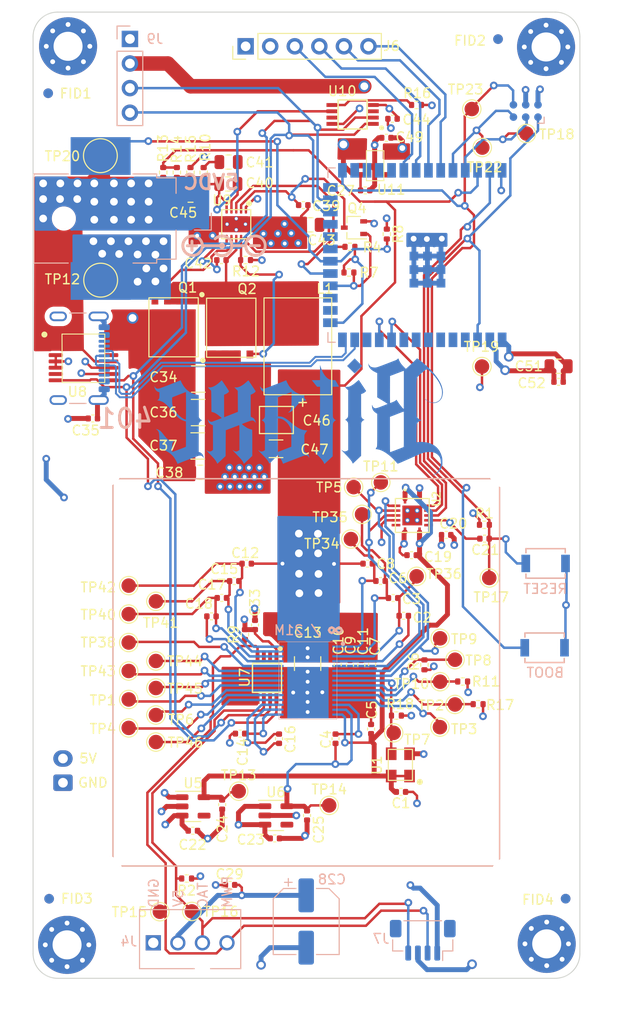
<source format=kicad_pcb>
(kicad_pcb (version 20240108) (generator "pcbnew") (generator_version "8.0")
  (layers (0 "F.Cu" signal) (1 "In1.Cu" signal) (2 "In2.Cu" signal) (31 "B.Cu" signal) (34 "B.Paste" user) (35 "F.Paste" user) (36 "B.SilkS" user "B.Silkscreen") (37 "F.SilkS" user "F.Silkscreen") (38 "B.Mask" user) (39 "F.Mask" user) (44 "Edge.Cuts" user))
  (net 0 "")
  (net 1 "GND")
  (net 2 "/Power/VIN")
  (net 3 "/VDD")
  (net 4 "/ESP32/EN")
  (net 5 "/5V")
  (net 6 "/3V3")
  (net 7 "/TX")
  (net 8 "/RX")
  (net 9 "/RST")
  (net 10 "/Fan/FAN_TACH")
  (net 11 "/SCL")
  (net 12 "/Fan/FAN_PWM")
  (net 13 "/Power/OUT0")
  (net 14 "/Power/SW")
  (net 15 "Net-(Q4-D)")
  (net 16 "Net-(U9-COMP)")
  (net 17 "Net-(U9-BOOT)")
  (net 18 "Net-(C41-Pad2)")
  (net 19 "Net-(U9-BP)")
  (net 20 "Net-(C45-Pad1)")
  (net 21 "Net-(Q1-G)")
  (net 22 "Net-(Q2-G)")
  (net 23 "Net-(U10-FS0)")
  (net 24 "/ESP32/USB_D+")
  (net 25 "/ESP32/USB_D-")
  (net 27 "Net-(J6-Pin_3)")
  (net 28 "Net-(J6-Pin_4)")
  (net 29 "Net-(J6-Pin_5)")
  (net 30 "/ESP32/P_TX")
  (net 31 "/ESP32/P_RX")
  (net 32 "/ESP32/IO0")
  (net 33 "/ESP32/XIN32")
  (net 34 "Net-(J6-Pin_6)")
  (net 35 "/ESP32/XOUT32")
  (net 36 "/Power/PGOOD")
  (net 40 "/Power/OUT1")
  (net 42 "/ESP32/PWR_EN")
  (net 44 "/SDA")
  (net 58 "/PLUG_SENSE")
  (net 71 "/BM1368/1V8")
  (net 72 "/BM1368/VDD3_0")
  (net 73 "/BM1368/VDD2_0")
  (net 74 "/BM1368/0V8")
  (net 75 "/BM1368/VDD1_0")
  (net 76 "/BM1368/VDD1_1")
  (net 77 "Net-(U4-VDDIO_12_1)")
  (net 78 "/BM1368/VDD2_1")
  (net 79 "Net-(U4-VDDIO_08_1)")
  (net 80 "/BM1368/VDD3_1")
  (net 81 "/BM1368/BI")
  (net 82 "Net-(R11-Pad2)")
  (net 83 "Net-(R17-Pad2)")
  (net 84 "/BM1368/CLKI")
  (net 85 "/BM1368/BO")
  (net 86 "Net-(TP3-Pad1)")
  (net 87 "Net-(TP4-Pad1)")
  (net 88 "/BM1368/CI")
  (net 89 "Net-(TP6-Pad1)")
  (net 90 "/BM1368/RO")
  (net 91 "/BM1368/RST_N")
  (net 92 "/BM1368/NRSTO")
  (net 93 "/BM1368/RI")
  (net 94 "/BM1368/CLKO")
  (net 95 "/BM1368/CO")
  (net 96 "/BM1368/PIN_MODE")
  (footprint "Capacitor_SMD:C_0805_2012Metric" (layer "F.Cu") (at 105.864 69.487 180)
    (property "Reference" "C43")
    (property "Value" "10uF")
  )
  (footprint "Package_SO:TSSOP-16_4.4x5mm_P0.65mm" (layer "F.Cu") (at 82.4025 83.265)
    (property "Reference" "U8")
    (property "Value" "INA260")
  )
  (footprint "TestPoint:TestPoint_Pad_D1.5mm" (layer "F.Cu") (at 98.453 127.966)
    (property "Reference" "TP13")
    (property "Value" "TestPoint")
  )
  (footprint "Fiducial:Fiducial_1mm_Mask2mm" (layer "F.Cu") (at 125.2728 50.292)
    (property "Reference" "FID2")
    (property "Value" "Fiducial")
  )
  (footprint "Fiducial:Fiducial_1mm_Mask2mm" (layer "F.Cu") (at 132.2578 139.065)
    (property "Reference" "FID4")
    (property "Value" "Fiducial")
  )
  (footprint "Resistor_SMD:R_0402_1005Metric" (layer "F.Cu") (at 90.6496 64.079 -90)
    (property "Reference" "R13")
    (property "Value" "1.33k")
  )
  (footprint "Fiducial:Fiducial_1mm_Mask2mm" (layer "F.Cu") (at 78.8416 139.065)
    (property "Reference" "FID3")
    (property "Value" "Fiducial")
  )
  (footprint "Capacitor_SMD:C_0402_1005Metric" (layer "F.Cu") (at 99.28 104.47 180)
    (property "Reference" "C12")
    (property "Value" "1uF")
  )
  (footprint "TestPoint:TestPoint_Pad_D1.5mm" (layer "F.Cu") (at 119.26 121.35)
    (property "Reference" "TP3")
    (property "Value" "TestPoint")
  )
  (footprint "TestPoint:TestPoint_Pad_D1.5mm" (layer "F.Cu") (at 120.82 119.01)
    (property "Reference" "TP2")
    (property "Value" "TestPoint")
  )
  (footprint "Package_TO_SOT_SMD:SOT-323_SC-70" (layer "F.Cu") (at 110.37 69.78 180)
    (property "Reference" "Q4")
    (property "Value" "2N7002K")
  )
  (footprint "Capacitor_SMD:C_0402_1005Metric" (layer "F.Cu") (at 98.592 122.018 180)
    (property "Reference" "C14")
    (property "Value" "1uF")
  )
  (footprint "Capacitor_SMD:C_0805_2012Metric" (layer "F.Cu") (at 97.4054 63.0058 180)
    (property "Reference" "C41")
    (property "Value" "1.5nF")
  )
  (footprint "TestPoint:TestPoint_Pad_D1.5mm" (layer "F.Cu") (at 123.61 84.12)
    (property "Reference" "TP19")
    (property "Value" "TestPoint")
  )
  (footprint "Capacitor_SMD:C_0402_1005Metric" (layer "F.Cu") (at 111.1304 114.9364 -90)
    (property "Reference" "C11")
    (property "Value" "1uF")
  )
  (footprint "Resistor_SMD:R_0402_1005Metric" (layer "F.Cu") (at 113.77 70.44 -90)
    (property "Reference" "R8")
    (property "Value" "1M")
  )
  (footprint "Capacitor_SMD:C_0402_1005Metric" (layer "F.Cu") (at 96.71 108.01 180)
    (property "Reference" "C17")
    (property "Value" "1uF")
  )
  (footprint "MountingHole:MountingHole_3.5mm" (layer "F.Cu") (at 84.71 94.91)
    (property "Reference" "H6" (hide yes))
    (property "Value" "MountingHole")
  )
  (footprint "Capacitor_SMD:C_0402_1005Metric" (layer "F.Cu") (at 108.692 114.911 -90)
    (property "Reference" "C10")
    (property "Value" "1uF")
  )
  (footprint "Capacitor_SMD:C_0805_2012Metric" (layer "F.Cu") (at 94.5 95.04)
    (property "Reference" "C38")
    (property "Value" "1uF")
  )
  (footprint "Package_TO_SOT_SMD:SOT-23-5" (layer "F.Cu") (at 102.3 130.47)
    (property "Reference" "U6")
    (property "Value" "MCP1824T-0802E")
  )
  (footprint "Capacitor_SMD:C_0805_2012Metric" (layer "F.Cu") (at 93.472 66.42)
    (property "Reference" "C45")
    (property "Value" "470pF")
  )
  (footprint "TestPoint:TestPoint_Pad_D1.5mm" (layer "F.Cu") (at 113.15 96.08)
    (property "Reference" "TP11")
    (property "Value" "TestPoint")
  )
  (footprint "TestPoint:TestPoint_Pad_D1.5mm" (layer "F.Cu") (at 93.61 140.38)
    (property "Reference" "TP16")
    (property "Value" "TestPoint")
  )
  (footprint "TestPoint:TestPoint_Pad_D1.5mm" (layer "F.Cu") (at 90.3 140.41)
    (property "Reference" "TP15")
    (property "Value" "TestPoint")
  )
  (footprint "TestPoint:TestPoint_Pad_D1.5mm" (layer "F.Cu") (at 87.08 118.492)
    (property "Reference" "TP1")
    (property "Value" "TestPoint")
  )
  (footprint "Capacitor_SMD:C_0805_2012Metric" (layer "F.Cu") (at 131.53 84.09)
    (property "Reference" "C51")
    (property "Value" "10uF")
  )
  (footprint "TestPoint:TestPoint_Pad_D1.5mm" (layer "F.Cu") (at 87.08 109.678)
    (property "Reference" "TP40")
    (property "Value" "TestPoint")
  )
  (footprint "TestPoint:TestPoint_Pad_D1.5mm" (layer "F.Cu") (at 122.556 57.528)
    (property "Reference" "TP23")
    (property "Value" "TestPoint")
  )
  (footprint "TestPoint:TestPoint_Pad_D1.5mm" (layer "F.Cu") (at 111.205 99.38)
    (property "Reference" "TP35")
    (property "Value" "TestPoint")
  )
  (footprint "MountingHole:MountingHole_3.5mm" (layer "F.Cu") (at 126.06 136.36)
    (property "Reference" "H5" (hide yes))
    (property "Value" "MountingHole")
  )
  (footprint "Capacitor_SMD:C_0402_1005Metric" (layer "F.Cu") (at 102.626 122.548 90)
    (property "Reference" "C16")
    (property "Value" "1uF")
  )
  (footprint "Capacitor_SMD:C_0402_1005Metric" (layer "F.Cu") (at 112.14 121.55 90)
    (property "Reference" "C5")
    (property "Value" "1uF")
  )
  (footprint "Capacitor_SMD:C_0402_1005Metric" (layer "F.Cu") (at 131.53 85.7)
    (property "Reference" "C52")
    (property "Value" "0.1uF")
  )
  (footprint "bitaxe:O 25,0-JO32-B-1V3-1-T1-LF" (layer "F.Cu") (at 115.17 125.25 90)
    (property "Reference" "U1")
    (property "Value" "25MHz")
  )
  (footprint "Capacitor_SMD:C_0402_1005Metric" (layer "F.Cu") (at 102.19 132.84)
    (property "Reference" "C23")
    (property "Value" "1uF")
  )
  (footprint "MountingHole:MountingHole_3mm_Pad_Via" (layer "F.Cu") (at 130.23501 51.12099)
    (property "Reference" "H7")
    (property "Value" "MountingHole_Pad")
  )
  (footprint "Capacitor_SMD:C_0402_1005Metric" (layer "F.Cu") (at 115.23 128.04 180)
    (property "Reference" "C1")
    (property "Value" "0.1uF")
  )
  (footprint "Fiducial:Fiducial_1mm_Mask2mm" (layer "F.Cu") (at 78.74 55.9054)
    (property "Reference" "FID1")
    (property "Value" "Fiducial")
  )
  (footprint "Resistor_SMD:R_0402_1005Metric" (layer "F.Cu") (at 94.8288 64.0836 -90)
    (property "Reference" "R10")
    (property "Value" "3.83k")
  )
  (footprint "TestPoint:TestPoint_Pad_D1.5mm" (layer "F.Cu") (at 110.34 96.57)
    (property "Reference" "TP5")
    (property "Value" "TestPoint")
  )
  (footprint "TestPoint:TestPoint_Pad_D1.5mm" (layer "F.Cu") (at 89.89 108.36)
    (property "Reference" "TP41")
    (property "Value" "TestPoint")
  )
  (footprint "Resistor_SMD:R_0402_1005Metric" (layer "F.Cu") (at 123.21 118.98 180)
    (property "Reference" "R17")
    (property "Value" "1k")
  )
  (footprint "TestPoint:TestPoint_Pad_D1.5mm" (layer "F.Cu") (at 124.36 105.95)
    (property "Reference" "TP17")
    (property "Value" "TestPoint")
  )
  (footprint "Capacitor_SMD:C_1210_3225Metric" (layer "F.Cu") (at 105.58 114.79 -90)
    (property "Reference" "C13")
    (property "Value" "330uF")
  )
  (footprint "TestPoint:TestPoint_Pad_D1.5mm" (layer "F.Cu") (at 119.28 112.18)
    (property "Reference" "TP9")
    (property "Value" "TestPoint")
  )
  (footprint "bitaxe:FP1005R1-R15-R" (layer "F.Cu") (at 104.57 82.03 -90)
    (property "Reference" "L1")
    (property "Value" "150nH")
  )
  (footprint "TestPoint:TestPoint_Pad_D1.5mm" (layer "F.Cu") (at 114.48 121.94)
    (property "Reference" "TP7")
    (property "Value" "TestPoint")
  )
  (footprint "Resistor_SMD:R_0402_1005Metric" (layer "F.Cu") (at 99.0984 111.7922 90)
    (property "Reference" "R9")
    (property "Value" "10k")
  )
  (footprint "Capacitor_SMD:C_0402_1005Metric" (layer "F.Cu") (at 123.87 101.89 180)
    (property "Reference" "C21")
    (property "Value" "1uF")
  )
  (footprint "Resistor_SMD:R_0402_1005Metric" (layer "F.Cu") (at 93.465 64.079 90)
    (property "Reference" "R15")
    (property "Value" "3.32k")
  )
  (footprint "Package_SO:TSSOP-8_3x3mm_P0.65mm" (layer "F.Cu") (at 101.3768 116.2572 -90)
    (property "Reference" "U7")
    (property "Value" "EMC2101")
  )
  (footprint "Resistor_SMD:R_0402_1005Metric" (layer "F.Cu") (at 116.84 57.11)
    (property "Reference" "R16")
    (property "Value" "80.6k")
  )
  (footprint "TestPoint:TestPoint_Pad_D1.5mm" (layer "F.Cu") (at 87.08 112.616)
    (property "Reference" "TP38")
    (property "Value" "TestPoint")
  )
  (footprint "Package_TO_SOT_SMD:SOT-23-5" (layer "F.Cu") (at 93.733 129.538)
    (property "Reference" "U5")
    (property "Value" "MCP1824T-1802E")
  )
  (footprint "MountingHole:MountingHole_3mm_Pad_Via" (layer "F.Cu") (at 130.302 143.728)
    (property "Reference" "H9")
    (property "Value" "MountingHole_Pad")
  )
  (footprint "TestPoint:TestPoint_Pad_D3.0mm" (layer "F.Cu") (at 84.18 75.2)
    (property "Reference" "TP12")
    (property "Value" "TestPoint")
  )
  (footprint "Capacitor_SMD:C_0402_1005Metric" (layer "F.Cu") (at 109.962 114.94 -90)
    (property "Reference" "C9")
    (property "Value" "0.1uF")
  )
  (footprint "Capacitor_SMD:C_0402_1005Metric" (layer "F.Cu") (at 113.72 60.5 180)
    (property "Reference" "C49")
    (property "Value" "1uF")
  )
  (footprint "TestPoint:TestPoint_Pad_D1.5mm" (layer "F.Cu") (at 128.2 60.06)
    (property "Reference" "TP18")
    (property "Value" "TestPoint")
  )
  (footprint "Capacitor_SMD:C_0805_2012Metric" (layer "F.Cu") (at 97.383 65.268 180)
    (property "Reference" "C40")
    (property "Value" "180pF")
  )
  (footprint "Package_SO:TSSOP-8_3x3mm_P0.65mm" (layer "F.Cu") (at 110.23 58.09 180)
    (property "Reference" "U10")
    (property "Value" "DS4432U+")
  )
  (footprint "Resistor_SMD:R_0402_1005Metric" (layer "F.Cu") (at 117.66 114.92 90)
    (property "Reference" "R6")
    (property "Value" "10k")
  )
  (footprint "Capacitor_SMD:C_0402_1005Metric" (layer "F.Cu") (at 105.13 67.45)
    (property "Reference" "C39")
    (property "Value" "3.3nF")
  )
  (footprint "Connector_PinHeader_2.54mm:PinHeader_1x06_P2.54mm_Vertical" (layer "F.Cu") (at 99.171505 51.054 90)
    (property "Reference" "J6")
    (property "Value" "Conn_01x06")
  )
  (footprint "TestPoint:TestPoint_Pad_D1.5mm" (layer "F.Cu") (at 120.82 114.39)
    (property "Reference" "TP8")
    (property "Value" "TestPoint")
  )
  (footprint "TestPoint:TestPoint_Pad_D1.5mm" (layer "F.Cu") (at 89.89 122.89)
    (property "Reference" "TP46")
    (property "Value" "TestPoint")
  )
  (footprint "MountingHole:MountingHole_3mm_Pad_Via" (layer "F.Cu") (at 80.70501 143.83099)
    (property "Reference" "H10")
    (property "Value" "MountingHole_Pad")
  )
  (footprint "Resistor_SMD:R_0402_1005Metric" (layer "F.Cu") (at 114.76 120.16 180)
    (property "Reference" "R18")
    (property "Value" "100")
  )
  (footprint "TestPoint:TestPoint_Pad_D3.0mm" (layer "F.Cu") (at 84.15 62.35)
    (property "Reference" "TP20")
    (property "Value" "TestPoint")
  )
  (footprint "Capacitor_SMD:C_0402_1005Metric" (layer "F.Cu") (at 83.37 89.48)
    (property "Reference" "C35")
    (property "Value" "1uF")
  )
  (footprint "Capacitor_SMD:C_0402_1005Metric" (layer "F.Cu") (at 100.1398 110.8016 90)
    (property "Reference" "C33")
    (property "Value" "0.1uF")
  )
  (footprint "Resistor_SMD:R_0402_1005Metric" (layer "F.Cu") (at 92.0573 64.079 -90)
    (property "Reference" "R14")
    (property "Value" "4.99k")
  )
  (footprint "MountingHole:MountingHole_3.5mm" (layer "F.Cu") (at 84.71 136.36)
    (property "Reference" "H2" (hide yes))
    (property "Value" "MountingHole")
  )
  (footprint "Capacitor_SMD:C_0402_1005Metric" (layer "F.Cu") (at 119.905 101.505)
    (property "Reference" "C20")
    (property "Value" "0.1uF")
  )
  (footprint "Capacitor_SMD:C_0402_1005Metric" (layer "F.Cu") (at 95.639 109.911 180)
    (property "Reference" "C18")
    (property "Value" "1uF")
  )
  (footprint "Capacitor_SMD:C_0402_1005Metric" (layer "F.Cu") (at 115.52 109.854 180)
    (property "Reference" "C2")
    (property "Value" "1uF")
  )
  (footprint "bitaxe:CSD17311Q5" (layer "F.Cu") (at 97.6816 80.1102 -90)
    (property "Reference" "Q2")
    (property "Value" "CSD17311Q5")
  )
  (footprint "bitaxe:TXB0104" (layer "F.Cu") (at 116.402 99.495 -90)
    (property "Reference" "U2")
    (property "Value" "TXB0104RGYR")
  )
  (footprint "Resistor_SMD:R_0402_1005Metric" (layer "F.Cu") (at 93.07 136.98)
    (property "Reference" "R2")
    (property "Value" "5.6k")
  )
  (footprint "Capacitor_SMD:C_0402_1005Metric" (layer "F.Cu") (at 113.12 106.26 180)
    (property "Reference" "C6")
    (property "Value" "1uF")
  )
  (footprint "Capacitor_SMD:C_0402_1005Metric" (layer "F.Cu") (at 114.36 58.54)
    (property "Reference" "C44")
    (property "Value" "1uF")
  )
  (footprint "bitaxe:TPS40305" (layer "F.Cu") (at 98.201691 69.4222 -90)
    (property "Reference" "U9")
    (property "Value" "TPS40305")
  )
  (footprint "TestPoint:TestPoint_Pad_D1.5mm" (layer "F.Cu") (at 110.055 101.93)
    (property "Reference" "TP34")
    (property "Value" "TestPoint")
  )
  (footprint "Capacitor_SMD:C_0402_1005Metric" (layer "F.Cu") (at 93.713 132.048)
    (property "Reference" "C22")
    (property "Value" "1uF")
  )
  (footprint "Capacitor_SMD:C_0402_1005Metric" (layer "F.Cu") (at 108.465 122.548 90)
    (property "Reference" "C4")
    (property "Value" "1uF")
  )
  (footprint "MountingHole:MountingHole_3mm_Pad_Via" (layer "F.Cu") (at 80.808 51.054)
    (property "Reference" "H8" (hide yes))
    (property "Value" "MountingHole_Pad")
  )
  (footprint "Capacitor_SMD:C_0402_1005Metric" (layer "F.Cu") (at 112.248 114.8856 -90)
    (property "Reference" "C7")
    (property "Value" "0.1uF")
  )
  (footprint "Resistor_SMD:R_0402_1005Metric" (layer "F.Cu") (at 121.61 116.64 180)
    (property "Reference" "R11")
    (property "Value" "1k")
  )
  (footprint "bitaxe:CAP_2R5TPE220MAFB" (layer "F.Cu") (at 102.3516 89.6402 180)
    (property "Reference" "C46")
    (property "Value" "220uF")
  )
  (footprint "bitaxe:CSD17311Q5" (layer "F.Cu") (at 91.719887 80.066364 90)
    (property "Reference" "Q1")
    (property "Value" "CSD17311Q5")
  )
  (footprint "Capacitor_SMD:C_0402_1005Metric" (layer "F.Cu") (at 111.79 104.47 180)
    (property "Reference" "C8")
    (property "Value" "1uF")
  )
  (footprint "Capacitor_SMD:C_0402_1005Metric" (layer "F.Cu") (at 96.6698 73.128)
    (property "Reference" "C42")
    (property "Value" "0.1uF")
  )
  (footprint "Capacitor_SMD:C_1210_3225Metric" (layer "F.Cu") (at 94.2816 85.41)
    (property "Reference" "C34")
    (property "Value" "47uF")
  )
  (footprint "TestPoint:TestPoint_Pad_D1.5mm" (layer "F.Cu") (at 107.81 129.43)
    (property "Reference" "TP14")
    (property "Value" "TestPoint")
  )
  (footprint "MountingHole:MountingHole_3.5mm" (layer "F.Cu") (at 126.06 94.91)
    (property "Reference" "H1" (hide yes))
    (property "Value" "MountingHole")
  )
  (footprint "Resistor_SMD:R_0402_1005Metric" (layer "F.Cu") (at 99.1602 73.1234)
    (property "Reference" "R12")
    (property "Value" "4.12k")
  )
  (footprint "TestPoint:TestPoint_Pad_D1.5mm" (layer "F.Cu") (at 119.28 116.66)
    (property "Reference" "TP10")
    (property "Value" "TestPoint")
  )
  (footprint "Resistor_SMD:R_0402_1005Metric" (layer "F.Cu") (at 109.955 71.76 180)
    (property "Reference" "R4")
    (property "Value" "10k")
  )
  (footprint "TestPoint:TestPoint_Pad_D1.5mm" (layer "F.Cu") (at 89.89 114.52)
    (property "Reference" "TP44")
    (property "Value" "TestPoint")
  )
  (footprint "Resistor_SMD:R_0402_1005Metric" (layer "F.Cu") (at 109.85 74.41)
    (property "Reference" "R7")
    (property "Value" "10k")
  )
  (footprint "TestPoint:TestPoint_Pad_D1.5mm" (layer "F.Cu") (at 116.85 105.78)
    (property "Reference" "TP36")
    (property "Value" "TestPoint")
  )
  (footprint "Capacitor_SMD:C_0402_1005Metric" (layer "F.Cu") (at 114.42 108.02 180)
    (property "Reference" "C3")
    (property "Value" "1uF")
  )
  (footprint "TestPoint:TestPoint_Pad_D1.5mm" (layer "F.Cu") (at 87.08 106.74)
    (property "Reference" "TP42")
    (property "Value" "TestPoint")
  )
  (footprint "Resistor_SMD:R_0402_1005Metric" (layer "F.Cu") (at 123.86 100.46)
    (property "Reference" "R1")
    (property "Value" "10k")
  )
  (footprint "Capacitor_SMD:C_0402_1005Metric" (layer "F.Cu") (at 97.56 137.64 180)
    (property "Reference" "C29")
    (property "Value" "0.1uF")
  )
  (footprint "Capacitor_SMD:C_0402_1005Metric" (layer "F.Cu") (at 116.336 103.595 180)
    (property "Reference" "C19")
    (property "Value" "0.1uF")
  )
  (footprint "Capacitor_SMD:C_0402_1005Metric" (layer "F.Cu") (at 111.531 65.931)
    (property "Reference" "C27")
    (property "Value" "1uF")
  )
  (footprint "TestPoint:TestPoint_Pad_D1.5mm" (layer "F.Cu") (at 87.08 115.554)
    (property "Reference" "TP43")
    (property "Value" "TestPoint")
  )
  (footprint "TestPoint:TestPoint_Pad_D1.5mm" (layer "F.Cu") (at 123.64 61.51)
    (property "Reference" "TP22")
    (property "Value" "TestPoint")
  )
  (footprint "TestPoint:TestPoint_Pad_D1.5mm" (layer "F.Cu") (at 87.08 121.43)
    (property "Reference" "TP4")
    (property "Value" "TestPoint")
  )
  (footprint "TestPoint:TestPoint_Pad_D1.5mm" (layer "F.Cu") (at 89.89 117.31)
    (property "Reference" "TP45")
    (property "Value" "TestPoint")
  )
  (footprint "Capacitor_SMD:C_1206_3216Metric" (layer "F.Cu") (at 102.3116 92.6102 180)
    (property "Reference" "C47")
    (property "Value" "100uF")
  )
  (footprint "Capacitor_SMD:C_0402_1005Metric" (layer "F.Cu") (at 96.743 129.348 -90)
    (property "Reference" "C24")
    (property "Value" "1uF")
  )
  (footprint "TestPoint:TestPoint_Pad_D1.5mm" (layer "F.Cu") (at 89.89 120.1)
    (property "Reference" "TP6")
    (property "Value" "TestPoint")
  )
  (footprint "Capacitor_SMD:C_1210_3225Metric" (layer "F.Cu") (at 94.26 88.87)
    (property "Reference" "C36")
    (property "Value" "47uF")
  )
  (footprint "Capacitor_SMD:C_0402_1005Metric" (layer "F.Cu") (at 97.99 106.27 180)
    (property "Reference" "C15")
    (property "Value" "1uF")
  )
  (footprint "bitaxe:RT9080-33GJ5" (layer "F.Cu") (at 112.563 63.38)
    (property "Reference" "U11")
    (property "Value" "RT9080-33GJ5")
  )
  (footprint "Capacitor_SMD:C_1210_3225Metric" (layer "F.Cu") (at 94.22 92.32)
    (property "Reference" "C37")
    (property "Value" "47uF")
  )
  (footprint "Capacitor_SMD:C_0402_1005Metric" (layer "F.Cu") (at 105.52 130.47 -90)
    (property "Reference" "C25")
    (property "Value" "1uF")
  )
  (footprint "bitaxe:470531000" (layer "B.Cu") (at 89.621 143.622)
    (property "Reference" "J4")
    (property "Value" "Conn_01x04")
  )
  (footprint "Connector_PinSocket_2.54mm:PinSocket_1x04_P2.54mm_Vertical" (layer "B.Cu") (at 87.205 50.292 180)
    (property "Reference" "J9")
    (property "Value" "Conn_01x04")
  )
  (footprint "Fiducial:Fiducial_1mm_Mask2mm" (layer "B.Cu") (at 132.26 139.06 180)
    (property "Reference" "FID7" (hide yes))
    (property "Value" "Fiducial")
  )
  (footprint "Connector_JST:JST_SH_BM04B-SRSS-TB_1x04-1MP_P1.00mm_Vertical" (layer "B.Cu") (at 117.4828 143.353149 180)
    (property "Reference" "J7")
    (property "Value" "JST_SH_BM04B-SRSS-TB_1x04-1MP_P1.00mm_Vertical")
  )
  (footprint "bitaxe:JST_XH_B2B-XH-A_1x02_P2.50mm_Vertical" (layer "B.Cu") (at 80.2822 124.592 -90)
    (property "Reference" "J2" (hide yes))
    (property "Value" "Conn_01x02")
  )
  (footprint "Connector_USB:USB_C_Receptacle_GCT_USB4105-xx-A_16P_TopMnt_Horizontal" (layer "B.Cu") (at 80.865 83.26 90)
    (property "Reference" "J8" (hide yes))
    (property "Value" "USB_C_Receptacle_USB2.0")
  )
  (footprint "bitaxe:ESP32-S3-WROOM-1" (layer "B.Cu") (at 117.43 72.61 90)
    (property "Reference" "U12" (hide yes))
    (property "Value" "ESP32-S3-WROOM-1")
  )
  (footprint "bitaxe:Tag-Connect_TC2030-IDC-NL_2x03_P1.27mm_Vertical" (layer "B.Cu") (at 128.13 57.73 180)
    (property "Reference" "J5" (hide yes))
    (property "Value" "TC2030-IDC")
  )
  (footprint "bitaxe:BM1368" (layer "B.Cu") (at 105.610562 116.546 180)
    (property "Reference" "U4" (hide yes))
    (property "Value" "BM1368_mode1")
  )
  (footprint "bitaxe:polarity" (layer "B.Cu") (at 96.7222 71.642 180)
    (property "Reference" "U3" (hide yes))
    (property "Value" "~")
  )
  (footprint "bitaxe:logo" (layer "B.Cu") (at 105.131305 89.685804 180)
    (property "Reference" "G***" (hide yes))
    (property "Value" "LOGO" (hide yes))
  )
  (footprint "bitaxe:logo-fcu" (layer "B.Cu") (at 105.131305 89.685804 180)
    (property "Reference" "G***" (hide yes))
    (property "Value" "LOGO" (hide yes))
  )
  (footprint "Fiducial:Fiducial_1mm_Mask2mm" (layer "B.Cu") (at 78.85 139.07 180)
    (property "Reference" "FID8" (hide yes))
    (property "Value" "Fiducial")
  )
  (footprint "Capacitor_SMD:CP_Elec_6.3x7.7" (layer "B.Cu") (at 105.4322 141.42 -90)
    (property "Reference" "C28")
    (property "Value" "220uF")
  )
  (footprint "Connector_BarrelJack:BarrelJack_CUI_PJ-036AH-SMT_Horizontal" (layer "B.Cu") (at 87.376 68.834 90)
    (property "Reference" "J1" (hide yes))
    (property "Value" "PJ-036AH-SMT")
  )
  (footprint "bitaxe:SW_CS1213AGF260_CRS" (layer "B.Cu") (at 130.186 104.448 180)
    (property "Reference" "SW1" (hide yes))
    (property "Value" "GT-TC029B-H025-L1N")
  )
  (footprint "Fiducial:Fiducial_1mm_Mask2mm" (layer "B.Cu") (at 125.27 50.31 180)
    (property "Reference" "FID5" (hide yes))
    (property "Value" "Fiducial")
  )
  (footprint "bitaxe:SW_CS1213AGF260_CRS" (layer "B.Cu") (at 130.082 113.155 180)
    (property "Reference" "SW2" (hide yes))
    (property "Value" "GT-TC029B-H025-L1N")
  )
  (footprint "Fiducial:Fiducial_1mm_Mask2mm" (layer "B.Cu") (at 78.75 55.9 180)
    (property "Reference" "FID6" (hide yes))
    (property "Value" "Fiducial")
  )
  (gr_rect (start 85.45 95.7) (end 125.43 135.69) (stroke (width 0.15)) (fill none) (layer "B.SilkS"))
  (gr_line (start 79.729 47.522) (end 131.192 47.522) (stroke (width 0.1)) (layer "Edge.Cuts"))
  (gr_arc (start 133.732 144.744) (mid 132.988051 146.540051) (end 131.192 147.284) (stroke (width 0.1)) (layer "Edge.Cuts"))
  (gr_arc (start 131.192 47.522) (mid 132.988051 48.265949) (end 133.732 50.062) (stroke (width 0.1)) (layer "Edge.Cuts"))
  (gr_arc (start 77.189 50.062) (mid 77.932949 48.265949) (end 79.729 47.522) (stroke (width 0.1)) (layer "Edge.Cuts"))
  (gr_line (start 131.192 147.284) (end 79.729 147.284) (stroke (width 0.1)) (layer "Edge.Cuts"))
  (gr_line (start 133.732 50.062) (end 133.732 144.744) (stroke (width 0.1)) (layer "Edge.Cuts"))
  (gr_arc (start 79.729 147.284) (mid 77.932949 146.540051) (end 77.189 144.744) (stroke (width 0.1)) (layer "Edge.Cuts"))
  (gr_line (start 77.189 144.744) (end 77.189 50.062) (stroke (width 0.1)) (layer "Edge.Cuts"))
  (gr_text "/ 21M" (at 104.53 111.34 0) (layer "B.SilkS") (effects (font (size 1 1)) (justify mirror)))
  (gr_text "5V" (at 92.209 139.018 90) (layer "B.SilkS") (effects (font (size 1 1)) (justify mirror)))
  (gr_text "401" (at 89.76 90.67 0) (layer "B.SilkS") (effects (font (size 2 2) (thickness 0.3)) (justify left bottom mirror)))
  (gr_text "5VDC" (at 98.65 65.96 0) (layer "B.SilkS") (effects (font (size 1.5 1.5) (thickness 0.3) (bold yes)) (justify left bottom mirror)))
  (gr_text "PWM" (at 97.265 138.363 90) (layer "B.SilkS") (effects (font (size 1 1)) (justify mirror)))
  (gr_text "∞" (at 108.45 111.19 0) (layer "B.SilkS") (effects (font (size 2 2) (thickness 0.25)) (justify mirror)))
  (gr_text "TAC" (at 94.7325 138.696333 90) (layer "B.SilkS") (effects (font (size 1 1)) (justify mirror)))
  (gr_text "GND" (at 89.6675 138.482048 90) (layer "B.SilkS") (effects (font (size 1 1)) (justify mirror)))
  (gr_text "GND" (at 83.3822 127.092 0) (layer "F.SilkS") (effects (font (size 1 1))))
  (gr_text "5V" (at 82.8822 124.592 0) (layer "F.SilkS") (effects (font (size 1 1))))
  (segment (start 115.415 103.595) (end 115.11 103.29) (width 0.254) (layer "F.Cu") (net 1))
  (segment (start 112.513 63.759) (end 112.513 65.429) (width 0.508) (layer "F.Cu") (net 1))
  (segment (start 95.441 132.85) (end 94.995 132.85) (width 0.508) (layer "F.Cu") (net 1))
  (segment (start 112.513 65.429) (end 112.011 65.931) (width 0.508) (layer "F.Cu") (net 1))
  (segment (start 113.23 102.267) (end 113.23 100.414736) (width 0.254) (layer "F.Cu") (net 1))
  (segment (start 111.18905 63.376) (end 111.18505 63.38) (width 0.508) (layer "F.Cu") (net 1))
  (segment (start 115.11 102.8617) (end 115.5537 102.418) (width 0.254) (layer "F.Cu") (net 1))
  (segment (start 118.63 115.0689) (end 118.2689 115.43) (width 0.254) (layer "F.Cu") (net 1))
  (segment (start 123.39 101.89) (end 121.95 101.89) (width 0.254) (layer "F.Cu") (net 1))
  (segment (start 112.38 57.115) (end 113.655 57.115) (width 0.254) (layer "F.Cu") (net 1))
  (segment (start 115.88 128.04) (end 116.49 128.04) (width 0.254) (layer "F.Cu") (net 1))
  (segment (start 100.1398 109.1398) (end 100.1398 110.3216) (width 0.508) (layer "F.Cu") (net 1))
  (segment (start 84.18 75.2) (end 84.18 72.63) (width 2) (layer "F.Cu") (net 1))
  (segment (start 115.11 103.29) (end 115.11 102.8617) (width 0.254) (layer "F.Cu") (net 1))
  (segment (start 96.763 131.528) (end 95.441 132.85) (width 0.508) (layer "F.Cu") (net 1))
  (segment (start 100.1 109.1) (end 100.1398 109.1398) (width 0.508) (layer "F.Cu") (net 1))
  (segment (start 108.465 122.068) (end 110.836 122.068) (width 0.254) (layer "F.Cu") (net 1))
  (segment (start 114.84 58.3) (end 114.03 57.49) (width 0.254) (layer "F.Cu") (net 1))
  (segment (start 101.1625 130.47) (end 104.41 130.47) (width 0.508) (layer "F.Cu") (net 1))
  (segment (start 120.74 102.55) (end 120.74 101.86) (width 0.508) (layer "F.Cu") (net 1))
  (segment (start 100.8426 73.1234) (end 100.8506 73.1314) (width 0.254) (layer "F.Cu") (net 1))
  (segment (start 83.85 87.7) (end 83.97 87.58) (width 0.508) (layer "F.Cu") (net 1))
  (segment (start 104.914 68.586) (end 104.914 69.487) (width 0.254) (layer "F.Cu") (net 1))
  (segment (start 110.836 122.068) (end 110.842 122.062) (width 0.254) (layer "F.Cu") (net 1))
  (segment (start 118.39 57.11) (end 117.35 57.11) (width 0.254) (layer "F.Cu") (net 1))
  (segment (start 115.5537 102.418) (end 115.5537 101.2783) (width 0.508) (layer "F.Cu") (net 1))
  (segment (start 90.992 129.538) (end 92.5955 129.538) (width 0.508) (layer "F.Cu") (net 1))
  (segment (start 90.47 130.06) (end 90.992 129.538) (width 0.508) (layer "F.Cu") (net 1))
  (segment (start 120.055 99.995) (end 120.29 100.23) (width 0.254) (layer "F.Cu") (net 1))
  (segment (start 112.512 61.25) (end 112.512 60.898) (width 0.508) (layer "F.Cu") (net 1))
  (segment (start 123.72 120.22) (end 123.71 120.23) (width 0.254) (layer "F.Cu") (net 1))
  (segment (start 112.14 119.033) (end 112.138 119.031) (width 0.254) (layer "F.Cu") (net 1))
  (segment (start 116.49 128.04) (end 116.89 128.44) (width 0.254) (layer "F.Cu") (net 1))
  (segment (start 112.14 121.07) (end 112.14 119.033) (width 0.254) (layer "F.Cu") (net 1))
  (segment (start 121.95 101.89) (end 120.29 100.23) (width 0.254) (layer "F.Cu") (net 1))
  (segment (start 94.89 62.47) (end 94.564 62.47) (width 0.254) (layer "F.Cu") (net 1))
  (segment (start 102.626 122.068) (end 102.111 122.068) (width 0.254) (layer "F.Cu") (net 1))
  (segment (start 120.74 101.86) (end 120.385 101.505) (width 0.508) (layer "F.Cu") (net 1))
  (segment (start 117.582 124.133) (end 117.549 124.1) (width 0.508) (layer "F.Cu") (net 1))
  (segment (start 105.02 132.84) (end 105.52 132.34) (width 0.508) (layer "F.Cu") (net 1))
  (segment (start 105.61 67.45) (end 105.61 67.89) (width 0.254) (layer "F.Cu") (net 1))
  (segment (start 126.38 83.11) (end 126.68 82.81) (width 0.508) (layer "F.Cu") (net 1))
  (segment (start 118.087 99.995) (end 120.055 99.995) (width 0.254) (layer "F.Cu") (net 1))
  (segment (start 80.826225 83.59) (end 80.8378 83.578425) (width 0.254) (layer "F.Cu") (net 1))
  (segment (start 112.513 63.759) (end 112.513 61.251) (width 0.508) (layer "F.Cu") (net 1))
  (segment (start 113.649736 99.995) (end 114.717 99.995) (width 0.254) (layer "F.Cu") (net 1))
  (segment (start 131.2 82.81) (end 132.48 84.09) (width 0.508) (layer "F.Cu") (net 1))
  (segment (start 115.5537 101.2783) (end 115.652 101.18) (width 0.508) (layer "F.Cu") (net 1))
  (segment (start 122.12 116.64) (end 122.12 117.69) (width 0.254) (layer "F.Cu") (net 1))
  (segment (start 112.91 60.5) (end 113.24 60.5) (width 0.508) (layer "F.Cu") (net 1))
  (segment (start 83.85 89.48) (end 83.85 87.7) (width 0.508) (layer "F.Cu") (net 1))
  (segment (start 123.72 118.98) (end 123.72 120.22) (width 0.254) (layer "F.Cu") (net 1))
  (segment (start 112.13 63.376) (end 111.18905 63.376) (width 0.508) (layer "F.Cu") (net 1))
  (segment (start 114.84 58.54) (end 114.84 58.3) (width 0.254) (layer "F.Cu") (net 1))
  (segment (start 117.549 124.1) (end 116.12 124.1) (width 0.508) (layer "F.Cu") (net 1))
  (segment (start 112.24 69.13) (end 111.37 69.13) (width 0.254) (layer "F.Cu") (net 1))
  (segment (start 122.12 117.69) (end 122.18 117.75) (width 0.254) (layer "F.Cu") (net 1))
  (segment (start 115.27 120.16) (end 116.3 120.16) (width 0.254) (layer "F.Cu") (net 1))
  (segment (start 116.89 128.44) (end 116.89 129.22) (width 0.254) (layer "F.Cu") (net 1))
  (segment (start 79.54 83.59) (end 80.826225 83.59) (width 0.254) (layer "F.Cu") (net 1))
  (segment (start 112.512 60.898) (end 112.91 60.5) (width 0.508) (layer "F.Cu") (net 1))
  (segment (start 79.54 82.94) (end 79.54 84.24) (width 0.254) (layer "F.Cu") (net 1))
  (segment (start 118.43 57.15) (end 118.39 57.11) (width 0.254) (layer "F.Cu") (net 1))
  (segment (start 105.61 67.89) (end 104.914 68.586) (width 0.254) (layer "F.Cu") (net 1))
  (segment (start 96.743 131.508) (end 96.763 131.528) (width 0.508) (layer "F.Cu") (net 1))
  (segment (start 102.84 132.84) (end 105.02 132.84) (width 0.508) (layer "F.Cu") (net 1))
  (segment (start 132.01 84.56) (end 132.01 85.7) (width 0.508) (layer "F.Cu") (net 1))
  (segment (start 98.112 122.018) (end 97.788 122.018) (width 0.254) (layer "F.Cu") (net 1))
  (segment (start 102.111 122.068) (end 101.222 122.957) (width 0.254) (layer "F.Cu") (net 1))
  (segment (start 83.22989 84.24) (end 85.265 84.24) (width 0.254) (layer "F.Cu") (net 1))
  (segment (start 97.788 122.018) (end 97.531 122.275) (width 0.254) (layer "F.Cu") (net 1))
  (segment (start 115.856 103.595) (end 115.415 103.595) (width 0.254) (layer "F.Cu") (net 1))
  (segment (start 95.43 112.26) (end 95.159 111.989) (width 0.254) (layer "F.Cu") (net 1))
  (segment (start 126.68 82.81) (end 131.2 82.81) (width 0.508) (layer "F.Cu") (net 1))
  (segment (start 94.564 62.47) (end 93.465 63.569) (width 0.254) (layer "F.Cu") (net 1))
  (segment (start 113.655 57.115) (end 114.03 57.49) (width 0.254) (layer "F.Cu") (net 1))
  (segment (start 97.07 137.65) (end 97.08 137.64) (width 0.254) (layer "F.Cu") (net 1))
  (segment (start 84.18 72.63) (end 84.34 72.47) (width 2) (layer "F.Cu") (net 1))
  (segment (start 112.513 61.251) (end 112.512 61.25) (width 0.508) (layer "F.Cu") (net 1))
  (segment (start 82.588 83.59811) (end 83.22989 84.24) (width 0.254) (layer "F.Cu") (net 1))
  (segment (start 99.6702 73.1234) (end 100.8426 73.1234) (width 0.254) (layer "F.Cu") (net 1))
  (segment (start 113.23 100.414736) (end 113.649736 99.995) (width 0.254) (layer "F.Cu") (net 1))
  (segment (start 94.995 132.85) (end 94.193 132.048) (width 0.508) (layer "F.Cu") (net 1))
  (segment (start 112.46 69.35) (end 112.24 69.13) (width 0.254) (layer "F.Cu") (net 1))
  (segment (start 96.743 129.998) (end 96.743 131.508) (width 0.508) (layer "F.Cu") (net 1))
  (segment (start 112.513 63.759) (end 112.13 63.376) (width 0.508) (layer "F.Cu") (net 1))
  (segment (start 105.52 132.34) (end 105.52 131.12) (width 0.508) (layer "F.Cu") (net 1))
  (segment (start 132.48 84.09) (end 132.01 84.56) (width 0.508) (layer "F.Cu") (net 1))
  (segment (start 95.159 111.989) (end 95.159 109.911) (width 0.254) (layer "F.Cu") (net 1))
  (segment (start 118.2689 115.43) (end 117.66 115.43) (width 0.254) (layer "F.Cu") (net 1))
  (segment (start 116 109.854) (end 116 111.860284) (width 0.254) (layer "F.Cu") (net 1))
  (segment (start 97.531 122.275) (end 97.531 122.977) (width 0.254) (layer "F.Cu") (net 1))
  (segment (start 101.222 122.957) (end 99.373 122.957) (width 0.254) (layer "F.Cu") (net 1))
  (segment (start 96.07 137.65) (end 97.07 137.65) (width 0.254) (layer "F.Cu") (net 1))
  (segment (start 116 111.860284) (end 115.079642 112.780642) (width 0.254) (layer "F.Cu") (net 1))
  (via (at 118.63 115.0689) (size 0.8) (drill 0.4) (layers "F.Cu" "B.Cu") (net 1))
  (via (at 110.842 122.062) (size 0.8) (drill 0.4) (layers "F.Cu" "B.Cu") (net 1))
  (via (at 95.24 132.86) (size 0.8) (drill 0.4) (layers "F.Cu" "B.Cu") (net 1))
  (via (at 95.43 112.26) (size 0.8) (drill 0.4) (layers "F.Cu" "B.Cu") (net 1))
  (via (at 103.19 69.39) (size 0.8) (drill 0.4) (layers "F.Cu" "B.Cu") (net 1))
  (via (at 95.758 70.612) (size 0.8) (drill 0.4) (layers "F.Cu" "B.Cu") (net 1))
  (via (at 89.84 72.57) (size 1.2) (drill 0.8) (layers "F.Cu" "B.Cu") (net 1))
  (via (at 105.58 118.749) (size 0.8) (drill 0.4) (layers "F.Cu" "B.Cu") (net 1))
  (via (at 97.49 94.55) (size 0.8) (drill 0.4) (layers "F.Cu" "B.Cu") (net 1))
  (via (at 122.18 117.75) (size 0.8) (drill 0.4) (layers "F.Cu" "B.Cu") (net 1))
  (via (at 88 72.55) (size 1.2) (drill 0.8) (layers "F.Cu" "B.Cu") (net 1))
  (via (at 88 75.36) (size 1.2) (drill 0.8) (layers "F.Cu" "B.Cu") (net 1))
  (via (at 100.8506 73.1314) (size 0.8) (drill 0.4) (layers "F.Cu" "B.Cu") (net 1))
  (via (at 90.678 71.18) (size 1.2) (drill 0.8) (layers "F.Cu" "B.Cu") (net 1))
  (via (at 104.41 130.47) (size 0.8) (drill 0.4) (layers "F.Cu" "B.Cu") (net 1))
  (via (at 105.31 132.55) (size 0.8) (drill 0.4) (layers "F.Cu" "B.Cu") (net 1))
  (via (at 115.5537 102.418) (size 0.8) (drill 0.4) (layers "F.Cu" "B.Cu") (net 1))
  (via (at 116.54 70.92) (size 1) (drill 0.6) (layers "F.Cu" "B.Cu") (net 1))
  (via (at 88.866 71.18) (size 1.2) (drill 0.8) (layers "F.Cu" "B.Cu") (net 1))
  (via (at 99.06 95.504) (size 0.8) (drill 0.4) (layers "F.Cu" "B.Cu") (net 1))
  (via (at 88.9 73.99) (size 1.2) (drill 0.8) (layers "F.Cu" "B.Cu") (net 1))
  (via (at 125.6 65.94) (size 0.8) (drill 0.4) (layers "F.Cu" "B.Cu") (net 1))
  (via (at 117.582 124.133) (size 0.8) (drill 0.4) (layers "F.Cu" "B.Cu") (net 1))
  (via (at 104.088 117.78) (size 0.8) (drill 0.4) (layers "F.Cu" "B.Cu") (net 1))
  (via (at 105.556 117.786) (size 0.8) (drill 0.4) (layers "F.Cu" "B.Cu") (net 1))
  (via (at 100.1 109.1) (size 0.8) (drill 0.4) (layers "F.Cu" "B.Cu") (net 1))
  (via (at 82.588 83.59811) (size 0.8) (drill 0.4) (layers "F.Cu" "B.Cu") (net 1))
  (via (at 90.68 73.99) (size 1.2) (drill 0.8) (layers "F.Cu" "B.Cu") (net 1))
  (via (at 98.53 94.57) (size 0.8) (drill 0.4) (layers "F.Cu" "B.Cu") (net 1))
  (via (at 112.46 69.35) (size 0.8) (drill 0.4) (layers "F.Cu" "B.Cu") (net 1))
  (via (at 97.531 122.977) (size 0.8) (drill 0.4) (layers "F.Cu" "B.Cu") (net 1))
  (via (at 99.51 94.57) (size 0.8) (drill 0.4) (layers "F.Cu" "B.Cu") (net 1))
  (via (at 103.886 70.358) (size 0.8) (drill 0.4) (layers "F.Cu" "B.Cu") (net 1))
  (via (at 97.028 95.504) (size 0.8) (drill 0.4) (layers "F.Cu" "B.Cu") (net 1))
  (via (at 118.43 57.15) (size 0.8) (drill 0.4) (layers "F.Cu" "B.Cu") (net 1))
  (via (at 98.044 95.504) (size 0.8) (drill 0.4) (layers "F.Cu" "B.Cu") (net 1))
  (via (at 84.34 72.47) (size 1.2) (drill 0.8) (layers "F.Cu" "B.Cu") (net 1))
  (via (at 96.07 137.65) (size 0.8) (drill 0.4) (layers "F.Cu" "B.Cu") (net 1))
  (via (at 101.092 95.504) (size 0.8) (drill 0.4) (layers "F.Cu" "B.Cu") (net 1))
  (via (at 116.89 129.22) (size 0.8) (drill 0.4) (layers "F.Cu" "B.Cu") (net 1))
  (via (at 116.3 120.16) (size 0.8) (drill 0.4) (layers "F.Cu" "B.Cu") (net 1))
  (via (at 105.58 119.79) (size 0.8) (drill 0.4) (layers "F.Cu" "B.Cu") (net 1))
  (via (at 128.12 55.55) (size 0.8) (drill 0.4) (layers "F.Cu" "B.Cu") (net 1))
  (via (at 85.242 71.18) (size 1.2) (drill 0.8) (layers "F.Cu" "B.Cu") (net 1))
  (via (at 115.079642 112.780642) (size 0.8) (drill 0.4) (layers "F.Cu" "B.Cu") (net 1))
  (via (at 100.765 145.89) (size 1) (drill 0.6) (layers "F.Cu" "B.Cu") (net 1))
  (via (at 94.89 62.47) (size 0.8) (drill 0.4) (layers "F.Cu" "B.Cu") (net 1))
  (via (at 97.55 96.52) (size 0.8) (drill 0.4) (layers "F.Cu" "B.Cu") (net 1))
  (via (at 120.74 102.55) (size 0.8) (drill 0.4) (layers "F.Cu" "B.Cu") (net 1))
  (via (at 122.5822 145.832) (size 1) (drill 0.6) (layers "F.Cu" "B.Cu") (net 1))
  (via (at 107.1 117.75) (size 0.8) (drill 0.4) (layers "F.Cu" "B.Cu") (net 1))
  (via (at 100.6 96.51) (size 0.8) (drill 0.4) (layers "F.Cu" "B.Cu") (net 1))
  (via (at 90.47 130.06) (size 0.8) (drill 0.4) (layers "F.Cu" "B.Cu") (net 1))
  (via (at 117.91 70.95) (size 1) (drill 0.6) (layers "F.Cu" "B.Cu") (net 1))
  (via (at 99.584 96.51) (size 0.8) (drill 0.4) (layers "F.Cu" "B.Cu") (net 1))
  (via (at 101.779 71.402) (size 0.8) (drill 0.4) (layers "F.Cu" "B.Cu") (net 1))
  (via (at 99.373 122.957) (size 0.8) (drill 0.4) (layers "F.Cu" "B.Cu") (net 1))
  (via (at 123.71 120.23) (size 0.8) (drill 0.4) (layers "F.Cu" "B.Cu") (net 1))
  (via (at 83.43 71.18) (size 1.2) (drill 0.8) (layers "F.Cu" "B.Cu") (net 1))
  (via (at 105.58 115.626) (size 0.8) (drill 0.4) (layers "F.Cu" "B.Cu") (net 1))
  (via (at 96.534 96.52) (size 0.8) (drill 0.4) (layers "F.Cu" "B.Cu") (net 1))
  (via (at 80.8378 83.578425) (size 0.8) (drill 0.4) (layers "F.Cu" "B.Cu") (net 1))
  (via (at 102.5 70.39) (size 0.8) (drill 0.4) (layers "F.Cu" "B.Cu") (net 1))
  (via (at 94.16 70.61) (size 0.8) (drill 0.4) (layers "F.Cu" "B.Cu") (net 1))
  (via (at 100.076 95.504) (size 0.8) (drill 0.4) (layers "F.Cu" "B.Cu") (net 1))
  (via (at 113.23 102.267) (size 0.8) (drill 0.4) (layers "F.Cu" "B.Cu") (net 1))
  (via (at 112.512 61.25) (size 0.8) (drill 0.4) (layers "F.Cu" "B.Cu") (net 1))
  (via (at 105.58 116.667) (size 0.8) (drill 0.4) (layers "F.Cu" "B.Cu") (net 1))
  (via (at 100.6 94.57) (size 0.8) (drill 0.4) (layers "F.Cu" "B.Cu") (net 1))
  (via (at 101.01 70.41) (size 0.8) (drill 0.4) (layers "F.Cu" "B.Cu") (net 1))
  (via (at 104.6 71.38) (size 0.8) (drill 0.4) (layers "F.Cu" "B.Cu") (net 1))
  (via (at 119.454234 70.914234) (size 1) (drill 0.6) (layers "F.Cu" "B.Cu") (net 1))
  (via (at 114.03 57.49) (size 0.8) (drill 0.4) (layers "F.Cu" "B.Cu") (net 1))
  (via (at 126.38 83.11) (size 1) (drill 0.6) (layers "F.Cu" "B.Cu") (net 1))
  (via (at 98.568 96.51) (size 0.8) (drill 0.4) (layers "F.Cu" "B.Cu") (net 1))
  (via (at 87.054 71.18) (size 1.2) (drill 0.8) (layers "F.Cu" "B.Cu") (net 1))
  (via (at 86.09 72.5) (size 1.2) (drill 0.8) (layers "F.Cu" "B.Cu") (net 1))
  (via (at 89.84 75.33) (size 1.2) (drill 0.8) (layers "F.Cu" "B.Cu") (net 1))
  (via (at 103.21 71.42) (size 0.8) (drill 0.4) (layers "F.Cu" "B.Cu") (net 1))
  (via (at 120.29 100.23) (size 0.8) (drill 0.4) (layers "F.Cu" "B.Cu") (net 1))
  (via (at 132.297 108.743) (size 0.8) (drill 0.4) (layers "F.Cu" "B.Cu") (net 1))
  (segment (start 108.526562 119.056) (end 109.876 119.056) (width 0.254) (layer "B.Cu") (net 1))
  (segment (start 132.345 104.448) (end 132.345 108.695) (width 0.254) (layer "B.Cu") (net 1))
  (segment (start 101.69 144.12) (end 105.4322 144.12) (width 0.508) (layer "B.Cu") (net 1))
  (segment (start 128.13 57.095) (end 128.13 55.56) (width 0.508) (layer "B.Cu") (net 1))
  (segment (start 99.373 120.497) (end 99.373 122.957) (width 0.254) (layer "B.Cu") (net 1))
  (segment (start 116.9828 144.678149) (end 116.9828 145.453148) (width 0.254) (layer "B.Cu") (net 1))
  (segment (start 132.241 108.799) (end 132.297 108.743) (width 0.254) (layer "B.Cu") (net 1))
  (segment (start 125.6 65.94) (end 125.6 63.95) (width 0.254) (layer "B.Cu") (net 1))
  (segment (start 110.842 120.022) (end 110.842 122.062) (width 0.254) (layer "B.Cu") (net 1))
  (segment (start 117.91 70.95) (end 117.97 71.01) (width 0.254) (layer "B.Cu") (net 1))
  (segment (start 99.3812 114.541) (end 102.676 114.541) (width 0.254) (layer "B.Cu") (net 1))
  (segment (start 126.38 83.11) (end 126.38 82.05) (width 0.508) (layer "B.Cu") (net 1))
  (segment (start 132.345 108.695) (end 132.297 108.743) (width 0.254) (layer "B.Cu") (net 1))
  (segment (start 95.43 112.26) (end 97.1002 112.26) (width 0.254) (layer "B.Cu") (net 1))
  (segment (start 100.825 119.045) (end 99.373 120.497) (width 0.254) (layer "B.Cu") (net 1))
  (segment (start 109.876 119.056) (end 110.842 120.022) (width 0.254) (layer "B.Cu") (net 1))
  (segment (start 113.319284 114.541) (end 115.079642 112.780642) (width 0.254) (layer "B.Cu") (net 1))
  (segment (start 117.921652 146.392) (end 122.0222 146.392) (width 0.508) (layer "B.Cu") (net 1))
  (segment (start 100.765 145.045) (end 101.69 144.12) (width 0.508) (layer "B.Cu") (net 1))
  (segment (start 102.694562 119.045) (end 100.825 119.045) (width 0.254) (layer "B.Cu") (net 1))
  (segment (start 126.38 82.05) (end 125.69 81.36) (width 0.508) (layer "B.Cu") (net 1))
  (segment (start 108.508 114.541) (end 113.319284 114.541) (width 0.254) (layer "B.Cu") (net 1))
  (segment (start 84.545 79.515) (end 83.97 78.94) (width 0.508) (layer "B.Cu") (net 1))
  (segment (start 97.1002 112.26) (end 99.3812 114.541) (width 0.254) (layer "B.Cu") (net 1))
  (segment (start 84.545 80.06) (end 84.545 79.515) (width 0.508) (layer "B.Cu") (net 1))
  (segment (start 128.13 55.56) (end 128.12 55.55) (width 0.508) (layer "B.Cu") (net 1))
  (segment (start 100.765 145.89) (end 100.765 145.045) (width 0.508) (layer "B.Cu") (net 1))
  (segment (start 116.9828 145.453148) (end 117.921652 146.392) (width 0.508) (layer "B.Cu") (net 1))
  (segment (start 125.6 63.95) (end 125.69 63.86) (width 0.254) (layer "B.Cu") (net 1))
  (segment (start 132.241 113.155) (end 132.241 108.799) (width 0.254) (layer "B.Cu") (net 1))
  (segment (start 122.0222 146.392) (end 122.5822 145.832) (width 0.508) (layer "B.Cu") (net 1))
  (segment (start 84.545 86.46) (end 84.545 87.005) (width 0.508) (layer "B.Cu") (net 1))
  (segment (start 119.454234 70.914234) (end 119.37 70.998468) (width 0.254) (layer "B.Cu") (net 1))
  (segment (start 84.545 87.005) (end 83.97 87.58) (width 0.508) (layer "B.Cu") (net 1))
  (segment (start 83.54 83.59) (end 82 82.05) (width 0.254) (layer "F.Cu") (net 2))
  (segment (start 84.15 62.35) (end 84.15 64.578) (width 2) (layer "F.Cu") (net 2))
  (segment (start 85.265 83.59) (end 83.54 83.59) (width 0.254) (layer "F.Cu") (net 2))
  (segment (start 84.15 64.578) (end 83.52 65.208) (width 2) (layer "F.Cu") (net 2))
  (via (at 83.52 67.1) (size 1.2) (drill 0.8) (layers "F.Cu" "B.Cu") (net 2))
  (via (at 80.008 65.208) (size 1.2) (drill 0.8) (layers "F.Cu" "B.Cu") (net 2))
  (via (at 87.33 68.96) (size 1.2) (drill 0.8) (layers "F.Cu" "B.Cu") (net 2))
  (via (at 78.232 68.834) (size 1.2) (drill 0.8) (layers "F.Cu" "B.Cu") (net 2))
  (via (at 81.786 65.208) (size 1.2) (drill 0.8) (layers "F.Cu" "B.Cu") (net 2))
  (via (at 81.758 66.826) (size 1.2) (drill 0.8) (layers "F.Cu" "B.Cu") (net 2))
  (via (at 89.14 65.208) (size 1.2) (drill 0.8) (layers "F.Cu" "B.Cu") (net 2))
  (via (at 87.33 67.1) (size 1.2) (drill 0.8) (layers "F.Cu" "B.Cu") (net 2))
  (via (at 83.52 65.208) (size 1.2) (drill 0.8) (layers "F.Cu" "B.Cu") (net 2))
  (via (at 89.14 67.1) (size 1.2) (drill 0.8) (layers "F.Cu" "B.Cu") (net 2))
  (via (at 78.232 66.826) (size 1.2) (drill 0.8) (layers "F.Cu" "B.Cu") (net 2))
  (via (at 87.33 65.208) (size 1.2) (drill 0.8) (layers "F.Cu" "B.Cu") (net 2))
  (via (at 89.14 68.96) (size 1.2) (drill 0.8) (layers "F.Cu" "B.Cu") (net 2))
  (via (at 85.552 67.1) (size 1.2) (drill 0.8) (layers "F.Cu" "B.Cu") (net 2))
  (via (at 85.552 65.208) (size 1.2) (drill 0.8) (layers "F.Cu" "B.Cu") (net 2))
  (via (at 78.232 65.208) (size 1.2) (drill 0.8) (layers "F.Cu" "B.Cu") (net 2))
  (via (at 79.98 66.826) (size 1.2) (drill 0.8) (layers "F.Cu" "B.Cu") (net 2))
  (via (at 83.52 68.96) (size 1.2) (drill 0.8) (layers "F.Cu" "B.Cu") (net 2))
  (via (at 85.552 68.96) (size 1.2) (drill 0.8) (layers "F.Cu" "B.Cu") (net 2))
  (segment (start 90.6496 63.569) (end 92.0573 63.569) (width 0.254) (layer "F.Cu") (net 3))
  (segment (start 105.69 61.79) (end 104.111983 61.79) (width 0.254) (layer "F.Cu") (net 3))
  (segment (start 114.62 67.97) (end 114.62 75.43) (width 0.254) (layer "F.Cu") (net 3))
  (segment (start 108.31 104.5) (end 108.34 104.47) (width 0.254) (layer "F.Cu") (net 3))
  (segment (start 108.34 104.47) (end 111.14 104.47) (width 0.254) (layer "F.Cu") (net 3))
  (segment (start 111.14 84.37) (end 109.4286 86.0814) (width 0.254) (layer "F.Cu") (net 3))
  (segment (start 104.111383 61.7906) (end 91.9394 61.7906) (width 0.254) (layer "F.Cu") (net 3))
  (segment (start 120.2299 67.09) (end 112.51 67.09) (width 0.254) (layer "F.Cu") (net 3))
  (segment (start 113.74 67.09) (end 114.62 67.97) (width 0.254) (layer "F.Cu") (net 3))
  (segment (start 114.62 75.43) (end 111.14 78.91) (width 0.254) (layer "F.Cu") (net 3))
  (segment (start 110.99 67.09) (end 105.69 61.79) (width 0.254) (layer "F.Cu") (net 3))
  (segment (start 121.1499 66.17) (end 120.2299 67.09) (width 0.254) (layer "F.Cu") (net 3))
  (segment (start 112.51 67.09) (end 110.99 67.09) (width 0.254) (layer "F.Cu") (net 3))
  (segment (start 91.9394 61.7906) (end 90.6496 63.0804) (width 0.254) (layer "F.Cu") (net 3))
  (segment (start 112.51 67.09) (end 113.74 67.09) (width 0.254) (layer "F.Cu") (net 3))
  (segment (start 90.6496 63.0804) (end 90.6496 63.569) (width 0.254) (layer "F.Cu") (net 3))
  (segment (start 111.14 78.91) (end 111.14 84.37) (width 0.254) (layer "F.Cu") (net 3))
  (segment (start 109.4286 86.0814) (end 106.0006 86.0814) (width 0.254) (layer "F.Cu") (net 3))
  (segment (start 104.111983 61.79) (end 104.111383 61.7906) (width 0.254) (layer "F.Cu") (net 3))
  (segment (start 102.98 104.47) (end 99.93 104.47) (width 0.254) (layer "F.Cu") (net 3))
  (via (at 104.725 107.535) (size 1.2) (drill 0.8) (layers "F.Cu" "B.Cu") (net 3))
  (via (at 104.675 103.405) (size 1.2) (drill 0.8) (layers "F.Cu" "B.Cu") (net 3))
  (via (at 121.1499 66.17) (size 0.8) (drill 0.4) (layers "F.Cu" "B.Cu") (net 3))
  (via (at 104.695 105.515) (size 1.2) (drill 0.8) (layers "F.Cu" "B.Cu") (net 3))
  (via (at 106.705 107.505) (size 1.2) (drill 0.8) (layers "F.Cu" "B.Cu") (net 3))
  (via (at 105.58 113.21) (size 0.8) (drill 0.4) (layers "F.Cu" "B.Cu") (net 3))
  (via (at 105.58 114.14) (size 0.8) (drill 0.4) (layers "F.Cu" "B.Cu") (net 3))
  (via (at 106.645 101.385) (size 1.2) (drill 0.8) (layers "F.Cu" "B.Cu") (net 3))
  (via (at 104.675 101.365) (size 1.2) (drill 0.8) (layers "F.Cu" "B.Cu") (net 3))
  (via (at 106.705 105.535) (size 1.2) (drill 0.8) (layers "F.Cu" "B.Cu") (net 3))
  (via (at 106.665 103.405) (size 1.2) (drill 0.8) (layers "F.Cu" "B.Cu") (net 3))
  (via (at 108.31 104.5) (size 0.8) (drill 0.4) (layers "F.Cu" "B.Cu") (net 3))
  (via (at 102.98 104.47) (size 0.8) (drill 0.4) (layers "F.Cu" "B.Cu") (net 3))
  (segment (start 123.15 65.45) (end 123.15 63.86) (width 0.254) (layer "B.Cu") (net 3))
  (segment (start 121.1499 66.17) (end 122.43 66.17) (width 0.254) (layer "B.Cu") (net 3))
  (segment (start 122.43 66.17) (end 123.15 65.45) (width 0.254) (layer "B.Cu") (net 3))
  (segment (start 124.35 101.89) (end 126.04 101.89) (width 0.254) (layer "F.Cu") (net 4))
  (segment (start 124.35 101.89) (end 124.35 100.48) (width 0.254) (layer "F.Cu") (net 4))
  (segment (start 121.985 70.905) (end 122.1013 70.905) (width 0.254) (layer "F.Cu") (net 4))
  (segment (start 124.35 100.48) (end 124.37 100.46) (width 0.254) (layer "F.Cu") (net 4))
  (segment (start 124.35 105.94) (end 124.36 105.95) (width 0.254) (layer "F.Cu") (net 4))
  (segment (start 124.37 100.46) (end 124.37 99.976294) (width 0.254) (layer "F.Cu") (net 4))
  (segment (start 124.37 99.976294) (end 118.024306 93.6306) (width 0.254) (layer "F.Cu") (net 4))
  (segment (start 126.04 101.89) (end 126.07 101.92) (width 0.254) (layer "F.Cu") (net 4))
  (segment (start 118.0236 93.6306) (end 118.0236 74.8664) (width 0.254) (layer "F.Cu") (net 4))
  (segment (start 118.0236 74.8664) (end 121.985 70.905) (width 0.254) (layer "F.Cu") (net 4))
  (segment (start 124.35 101.89) (end 124.35 105.94) (width 0.254) (layer "F.Cu") (net 4))
  (segment (start 118.024306 93.6306) (end 118.0236 93.6306) (width 0.254) (layer "F.Cu") (net 4))
  (via (at 122.1013 70.905) (size 0.8) (drill 0.4) (layers "F.Cu" "B.Cu") (net 4))
  (via (at 126.07 101.92) (size 0.8) (drill 0.4) (layers "F.Cu" "B.Cu") (net 4))
  (segment (start 122.1013 70.8987) (end 126.54 66.46) (width 0.254) (layer "B.Cu") (net 4))
  (segment (start 127.228 104.448) (end 128.027 104.448) (width 0.254) (layer "B.Cu") (net 4))
  (segment (start 123.3494 72.1531) (end 122.1013 70.905) (width 0.254) (layer "B.Cu") (net 4))
  (segment (start 126.07 101.92) (end 126.07 103.29) (width 0.254) (layer "B.Cu") (net 4))
  (segment (start 126.54 62.62) (end 129.4 59.76) (width 0.254) (layer "B.Cu") (net 4))
  (segment (start 123.16 79.83) (end 123.16 81.1336) (width 0.254) (layer "B.Cu") (net 4))
  (segment (start 126.54 66.46) (end 126.54 62.62) (width 0.254) (layer "B.Cu") (net 4))
  (segment (start 129.4 59.76) (end 129.4 58.365) (width 0.254) (layer "B.Cu") (net 4))
  (segment (start 123.3494 79.6406) (end 123.16 79.83) (width 0.254) (layer "B.Cu") (net 4))
  (segment (start 122.1013 70.905) (end 122.1013 70.8987) (width 0.254) (layer "B.Cu") (net 4))
  (segment (start 123.3494 79.6406) (end 123.3494 72.1531) (width 0.254) (layer "B.Cu") (net 4))
  (segment (start 126.07 103.29) (end 127.228 104.448) (width 0.254) (layer "B.Cu") (net 4))
  (segment (start 98.5 137.64) (end 98.77 137.91) (width 0.254) (layer "F.Cu") (net 5))
  (segment (start 111.051 64.45385) (end 111.18505 64.3198) (width 0.254) (layer "F.Cu") (net 5))
  (segment (start 101.1625 129.52) (end 100.663811 129.52) (width 0.508) (layer "F.Cu") (net 5))
  (segment (start 100.653811 129.53) (end 99.09 129.53) (width 0.508) (layer "F.Cu") (net 5))
  (segment (start 109.28 63.317) (end 110.2828 64.3198) (width 0.508) (layer "F.Cu") (net 5))
  (segment (start 101.1625 132.4625) (end 101.54 132.84) (width 0.508) (layer "F.Cu") (net 5))
  (segment (start 90.861 131.412) (end 91.785 130.488) (width 0.508) (layer "F.Cu") (net 5))
  (segment (start 100.0776 66.77) (end 100.37 66.77) (width 0.254) (layer "F.Cu") (net 5))
  (segment (start 98.77 137.91) (end 98.77 138.72) (width 0.254) (layer "F.Cu") (net 5))
  (segment (start 101.1625 131.42) (end 98.44 131.42) (width 0.508) (layer "F.Cu") (net 5))
  (segment (start 101.1625 131.42) (end 101.1625 132.4625) (width 0.508) (layer "F.Cu") (net 5))
  (segment (start 100.37 66.77) (end 100.4 66.8) (width 0.254) (layer "F.Cu") (net 5))
  (segment (start 92.5955 131.4105) (end 92.5955 130.488) (width 0.508) (layer "F.Cu") (net 5))
  (segment (start 93.233 132.048) (end 92.5955 131.4105) (width 0.508) (layer "F.Cu") (net 5))
  (segment (start 100.0776 66.77) (end 99.201691 67.645909) (width 0.254) (layer "F.Cu") (net 5))
  (segment (start 98.44 131.42) (end 98.43 131.43) (width 0.508) (layer "F.Cu") (net 5))
  (segment (start 98.43 130.19) (end 98.43 131.43) (width 0.508) (layer "F.Cu") (net 5))
  (segment (start 100.663811 129.52) (end 100.653811 129.53) (width 0.508) (layer "F.Cu") (net 5))
  (segment (start 99.09 129.53) (end 98.43 130.19) (width 0.508) (layer "F.Cu") (net 5))
  (segment (start 99.201691 67.645909) (end 99.201691 68.0222) (width 0.254) (layer "F.Cu") (net 5))
  (segment (start 110.2828 64.3198) (end 111.18505 64.3198) (width 0.508) (layer "F.Cu") (net 5))
  (segment (start 90.79 128.13) (end 91.248 128.588) (width 0.508) (layer "F.Cu") (net 5))
  (segment (start 111.051 65.931) (end 111.051 64.45385) (width 0.254) (layer "F.Cu") (net 5))
  (segment (start 98.04 137.64) (end 98.5 137.64) (width 0.254) (layer "F.Cu") (net 5))
  (segment (start 109.28 61.185155) (end 109.28 63.317) (width 0.508) (layer "F.Cu") (net 5))
  (segment (start 91.785 130.488) (end 92.5955 130.488) (width 0.508) (layer "F.Cu") (net 5))
  (segment (start 91.248 128.588) (end 92.5955 128.588) (width 0.508) (layer "F.Cu") (net 5))
  (via (at 90.79 128.13) (size 0.8) (drill 0.4) (layers "F.Cu" "B.Cu") (net 5))
  (via (at 100.4 66.8) (size 0.8) (drill 0.4) (layers "F.Cu" "B.Cu") (net 5))
  (via (at 109.28 61.185155) (size 1.2) (drill 0.8) (layers "F.Cu" "B.Cu") (net 5))
  (via (at 90.861 131.412) (size 0.8) (drill 0.4) (layers "F.Cu" "B.Cu") (net 5))
  (via (at 116.2022 137.662) (size 0.8) (drill 0.4) (layers "F.Cu" "B.Cu") (net 5))
  (via (at 87.48 79.1) (size 1.2) (drill 0.8) (layers "F.Cu" "B.Cu") (net 5))
  (via (at 98.43 131.43) (size 0.8) (drill 0.4) (layers "F.Cu" "B.Cu") (net 5))
  (via (at 98.77 138.72) (size 0.8) (drill 0.4) (layers "F.Cu" "B.Cu") (net 5))
  (segment (start 92.161 142.859) (end 92.161 143.622) (width 0.508) (layer "B.Cu") (net 5))
  (segment (start 95.56 139.45) (end 95.56 139.46) (width 0.508) (layer "B.Cu") (net 5))
  (segment (start 118.9828 139.7426) (end 118.9828 144.678149) (width 0.508) (layer "B.Cu") (net 5))
  (segment (start 96.29 138.72) (end 95.56 139.45) (width 0.508) (layer "B.Cu") (net 5))
  (segment (start 98.77 138.72) (end 96.29 138.72) (width 0.508) (layer "B.Cu") (net 5))
  (segment (start 117.2222 137.972) (end 116.5122 137.972) (width 0.508) (layer "B.Cu") (net 5))
  (segment (start 116.5122 137.972) (end 116.2022 137.662) (width 0.508) (layer "B.Cu") (net 5))
  (segment (start 118.9828 139.7426) (end 117.2222 137.982) (width 0.508) (layer "B.Cu") (net 5))
  (segment (start 117.2222 137.982) (end 117.2222 137.972) (width 0.508) (layer "B.Cu") (net 5))
  (segment (start 98.77 138.72) (end 105.4322 138.72) (width 0.508) (layer "B.Cu") (net 5))
  (segment (start 95.56 139.46) (end 92.161 142.859) (width 0.508) (layer "B.Cu") (net 5))
  (segment (start 100.94 112.49) (end 100.1398 111.6898) (width 0.254) (layer "F.Cu") (net 6))
  (segment (start 126 84.5) (end 126.06 84.56) (width 0.508) (layer "F.Cu") (net 6))
  (segment (start 100.1392 111.2822) (end 100.1398 111.2816) (width 0.508) (layer "F.Cu") (net 6))
  (segment (start 123.35 99.917111) (end 122.688524 99.255635) (width 0.254) (layer "F.Cu") (net 6))
  (segment (start 130.11 84.56) (end 130.58 84.09) (width 0.508) (layer "F.Cu") (net 6))
  (segment (start 91.132 52.832) (end 93.48 55.18) (width 1.5) (layer "F.Cu") (net 6))
  (segment (start 113.77 69.93) (end 113.77 68.83) (width 0.254) (layer "F.Cu") (net 6))
  (segment (start 101.5386 112.49) (end 100.94 112.49) (width 0.254) (layer "F.Cu") (net 6))
  (segment (start 110.465 73.015) (end 110.5 73.05) (width 0.254) (layer "F.Cu") (net 6))
  (segment (start 123.61 84.12) (end 123.61 86.044) (width 0.254) (layer "F.Cu") (net 6))
  (segment (start 82.27 84.89) (end 82.18 84.8) (width 0.254) (layer "F.Cu") (net 6))
  (segment (start 110.875264 57.47) (end 110.95 57.47) (width 0.254) (layer "F.Cu") (net 6))
  (segment (start 99.04 110.22) (end 99.0984 110.2784) (width 0.508) (layer "F.Cu") (net 6))
  (segment (start 123.35 100.46) (end 123.35 99.917111) (width 0.254) (layer "F.Cu") (net 6))
  (segment (start 119.425 102.575) (end 119.425 101.505) (width 0.508) (layer "F.Cu") (net 6))
  (segment (start 100.1398 111.6898) (end 100.1398 111.2816) (width 0.254) (layer "F.Cu") (net 6))
  (segment (start 109.34 74.41) (end 109.34 73.69) (width 0.254) (layer "F.Cu") (net 6))
  (segment (start 115.07 60.5) (end 115.37 60.8) (width 0.508) (layer "F.Cu") (net 6))
  (segment (start 110.465 71.76) (end 110.465 73.015) (width 0.254) (layer "F.Cu") (net 6))
  (segment (start 108.08 59.065) (end 109.280264 59.065) (width 0.254) (layer "F.Cu") (net 6))
  (segment (start 93.48 55.18) (end 111.44 55.18) (width 1.5) (layer "F.Cu") (net 6))
  (segment (start 113.88 58.54) (end 113.88 59.19) (width 0.254) (layer "F.Cu") (net 6))
  (segment (start 109.98 73.05) (end 110.5 73.05) (width 0.254) (layer "F.Cu") (net 6))
  (segment (start 109.34 73.69) (end 109.98 73.05) (width 0.254) (layer "F.Cu") (net 6))
  (segment (start 80.85 89.48) (end 80.805 89.525) (width 0.508) (layer "F.Cu") (net 6))
  (segment (start 102.3518 113.3032) (end 101.5386 112.49) (width 0.254) (layer "F.Cu") (net 6))
  (segment (start 126.06 84.56) (end 130.11 84.56) (width 0.508) (layer "F.Cu") (net 6))
  (segment (start 94.25 136.98) (end 94.49 136.74) (width 0.254) (layer "F.Cu") (net 6))
  (segment (start 85.265 84.89) (end 82.27 84.89) (width 0.254) (layer "F.Cu") (net 6))
  (segment (start 119.42 102.58) (end 119.425 102.575) (width 0.508) (layer "F.Cu") (net 6))
  (segment (start 109.280264 59.065) (end 110.875264 57.47) (width 0.254) (layer "F.Cu") (net 6))
  (segment (start 91.132 52.832) (end 87.355 52.832) (width 1.5) (layer "F.Cu") (net 6))
  (segment (start 123.61 86.044) (end 123.394 86.26) (width 0.254) (layer "F.Cu") (net 6))
  (segment (start 93.58 136.98) (end 94.25 136.98) (width 0.254) (layer "F.Cu") (net 6))
  (segment (start 114.2 60.5) (end 115.07 60.5) (width 0.508) (layer "F.Cu") (net 6))
  (segment (start 102.3518 114.1072) (end 102.3518 113.3032) (width 0.254) (layer "F.Cu") (net 6))
  (segment (start 99.0984 110.2784) (end 99.0984 111.2822) (width 0.508) (layer "F.Cu") (net 6))
  (segment (start 117.152 96.664) (end 117.152 97.81) (width 0.508) (layer "F.Cu") (net 6))
  (segment (start 115.37 60.8) (end 115.37 61.56) (width 0.508) (layer "F.Cu") (net 6))
  (segment (start 131.05 84.56) (end 130.58 84.09) (width 0.508) (layer "F.Cu") (net 6))
  (segment (start 113.88 59.19) (end 114.19 59.5) (width 0.254) (layer "F.Cu") (net 6))
  (segment (start 113.77 68.83) (end 113.75 68.81) (width 0.254) (layer "F.Cu") (net 6))
  (segment (start 131.05 85.7) (end 131.05 84.56) (width 0.508) (layer "F.Cu") (net 6))
  (segment (start 99.0984 111.2822) (end 100.1392 111.2822) (width 0.508) (layer "F.Cu") (net 6))
  (segment (start 82.89 89.48) (end 80.85 89.48) (width 0.508) (layer "F.Cu") (net 6))
  (via (at 80.805 89.525) (size 0.8) (drill 0.4) (layers "F.Cu" "B.Cu") (net 6))
  (via (at 110.5 73.05) (size 0.8) (drill 0.4) (layers "F.Cu" "B.Cu") (net 6))
  (via (at 119.42 102.58) (size 0.8) (drill 0.4) (layers "F.Cu" "B.Cu") (net 6))
  (via (at 129.61 55.49) (size 0.8) (drill 0.4) (layers "F.Cu" "B.Cu") (net 6))
  (via (at 99.04 110.22) (size 0.8) (drill 0.4) (layers "F.Cu" "B.Cu") (net 6))
  (via (at 126 84.5) (size 1) (drill 0.6) (layers "F.Cu" "B.Cu") (net 6))
  (via (at 123.394 86.26) (size 0.8) (drill 0.4) (layers "F.Cu" "B.Cu") (net 6))
  (via (at 94.49 136.74) (size 0.8) (drill 0.4) (layers "F.Cu" "B.Cu") (net 6))
  (via (at 111.44 55.18) (size 1.2) (drill 0.8) (layers "F.Cu" "B.Cu") (net 6))
  (via (at 117.152 96.664) (size 0.8) (drill 0.4) (layers "F.Cu" "B.Cu") (net 6))
  (via (at 114.19 59.5) (size 0.8) (drill 0.4) (layers "F.Cu" "B.Cu") (net 6))
  (via (at 82.18 84.8) (size 0.8) (drill 0.4) (layers "F.Cu" "B.Cu") (net 6))
  (via (at 122.688524 99.255635) (size 0.8) (drill 0.4) (layers "F.Cu" "B.Cu") (net 6))
  (via (at 80.39 97.64) (size 0.8) (drill 0.4) (layers "F.Cu" "B.Cu") (net 6))
  (via (at 113.75 68.81) (size 0.8) (drill 0.4) (layers "F.Cu" "B.Cu") (net 6))
  (via (at 110.95 57.47) (size 0.8) (drill 0.4) (layers "F.Cu" "B.Cu") (net 6))
  (via (at 115.37 61.56) (size 1) (drill 0.6) (layers "F.Cu" "B.Cu") (net 6))
  (via (at 78.55 93.64) (size 0.8) (drill 0.4) (layers "F.Cu" "B.Cu") (net 6))
  (segment (start 80.39 97.64) (end 78.55 95.8) (width 0.508) (layer "B.Cu") (net 6))
  (segment (start 111.24 73.79) (end 111.24 77.63) (width 0.254) (layer "B.Cu") (net 6))
  (segment (start 109.275 79.595) (end 107.93 79.595) (width 0.254) (layer "B.Cu") (net 6))
  (segment (start 110.5 73.05) (end 111.24 73.79) (width 0.254) (layer "B.Cu") (net 6))
  (segment (start 124.42 81.864736) (end 124.42 81.36) (width 0.508) (layer "B.Cu") (net 6))
  (segment (start 78.55 95.8) (end 78.55 93.64) (width 0.508) (layer "B.Cu") (net 6))
  (segment (start 111.24 77.63) (end 109.275 79.595) (width 0.254) (layer "B.Cu") (net 6))
  (segment (start 125.071664 82.5164) (end 124.42 81.864736) (width 0.508) (layer "B.Cu") (net 6))
  (segment (start 129.4 55.7) (end 129.61 55.49) (width 0.508) (layer "B.Cu") (net 6))
  (segment (start 125.071664 83.571664) (end 125.071664 82.5164) (width 0.508) (layer "B.Cu") (net 6))
  (segment (start 129.4 57.095) (end 129.4 55.7) (width 0.508) (layer "B.Cu") (net 6))
  (segment (start 126 84.5) (end 125.071664 83.571664) (width 0.508) (layer "B.Cu") (net 6))
  (segment (start 119.4742 98.3728) (end 119.4742 96.314464) (width 0.254) (layer "F.Cu") (net 7))
  (segment (start 118.087 98.995) (end 118.852 98.995) (width 0.254) (layer "F.Cu") (net 7))
  (segment (start 114.33 79.5) (end 114.33 79.47) (width 0.254) (layer "F.Cu") (net 7))
  (segment (start 118.852 98.995) (end 119.4742 98.3728) (width 0.254) (layer "F.Cu") (net 7))
  (segment (start 117.2108 94.051064) (end 117.2108 82.3808) (width 0.254) (layer "F.Cu") (net 7))
  (segment (start 119.4742 96.314464) (end 117.2108 94.051064) (width 0.254) (layer "F.Cu") (net 7))
  (segment (start 117.2108 82.3808) (end 114.33 79.5) (width 0.254) (layer "F.Cu") (net 7))
  (via (at 114.33 79.47) (size 0.8) (drill 0.4) (layers "F.Cu" "B.Cu") (net 7))
  (segment (start 114.33 79.47) (end 114.26 79.54) (width 0.254) (layer "B.Cu") (net 7))
  (segment (start 114.26 79.54) (end 114.26 81.36) (width 0.254) (layer "B.Cu") (net 7))
  (segment (start 118.612 98.495) (end 119.0678 98.0392) (width 0.254) (layer "F.Cu") (net 8))
  (segment (start 118.087 98.495) (end 118.612 98.495) (width 0.254) (layer "F.Cu") (net 8))
  (segment (start 116.8044 84.1744) (end 113 80.37) (width 0.254) (layer "F.Cu") (net 8))
  (segment (start 119.0678 96.4828) (end 116.8044 94.2194) (width 0.254) (layer "F.Cu") (net 8))
  (segment (start 113 80.37) (end 113 79.4625) (width 0.254) (layer "F.Cu") (net 8))
  (segment (start 119.0678 98.0392) (end 119.0678 96.4828) (width 0.254) (layer "F.Cu") (net 8))
  (segment (start 116.8044 94.2194) (end 116.8044 84.1744) (width 0.254) (layer "F.Cu") (net 8))
  (via (at 113 79.4625) (size 0.8) (drill 0.4) (layers "F.Cu" "B.Cu") (net 8))
  (segment (start 113 79.4625) (end 113 79.7) (width 0.254) (layer "B.Cu") (net 8))
  (segment (start 113 79.7) (end 112.99 79.71) (width 0.254) (layer "B.Cu") (net 8))
  (segment (start 112.99 79.71) (end 112.99 81.36) (width 0.254) (layer "B.Cu") (net 8))
  (segment (start 117.6172 74.698064) (end 121.4224 70.892864) (width 0.254) (layer "F.Cu") (net 9))
  (segment (start 121.4224 70.892864) (end 121.4224 70.0076) (width 0.254) (layer "F.Cu") (net 9))
  (segment (start 117.6172 93.8702) (end 117.6172 74.698064) (width 0.254) (layer "F.Cu") (net 9))
  (segment (start 119.8806 96.1336) (end 117.6172 93.8702) (width 0.254) (layer "F.Cu") (net 9))
  (segment (start 121.74 69.69) (end 122.1018 69.69) (width 0.254) (layer "F.Cu") (net 9))
  (segment (start 119.8806 98.7064) (end 119.8806 96.1336) (width 0.254) (layer "F.Cu") (net 9))
  (segment (start 119.092 99.495) (end 119.8806 98.7064) (width 0.254) (layer "F.Cu") (net 9))
  (segment (start 118.087 99.495) (end 119.092 99.495) (width 0.254) (layer "F.Cu") (net 9))
  (segment (start 121.4224 70.0076) (end 121.74 69.69) (width 0.254) (layer "F.Cu") (net 9))
  (via (at 122.1018 69.69) (size 0.8) (drill 0.4) (layers "F.Cu" "B.Cu") (net 9))
  (segment (start 122.1018 69.545017) (end 124.42 67.226817) (width 0.254) (layer "B.Cu") (net 9))
  (segment (start 124.42 67.226817) (end 124.42 63.86) (width 0.254) (layer "B.Cu") (net 9))
  (segment (start 122.1018 69.69) (end 122.1018 69.545017) (width 0.254) (layer "B.Cu") (net 9))
  (segment (start 95.9566 120.607583) (end 95.9566 121.750058) (width 0.254) (layer "F.Cu") (net 10))
  (segment (start 89.53 133.27) (end 91.98 135.72) (width 0.254) (layer "F.Cu") (net 10))
  (segment (start 91.98 135.72) (end 91.98 137) (width 0.254) (layer "F.Cu") (net 10))
  (segment (start 92.56 136.98) (end 92 136.98) (width 0.254) (layer "F.Cu") (net 10))
  (segment (start 111.5022 141.082) (end 95.7322 141.082) (width 0.254) (layer "F.Cu") (net 10))
  (segment (start 94.701 143.622) (end 94.701 141.401) (width 0.254) (layer "F.Cu") (net 10))
  (segment (start 94.701 141.401) (end 91.98 138.68) (width 0.254) (layer "F.Cu") (net 10))
  (segment (start 100.75 119.64) (end 96.924183 119.64) (width 0.254) (layer "F.Cu") (net 10))
  (segment (start 115.8722 139.592) (end 115.9922 139.472) (width 0.254) (layer "F.Cu") (net 10))
  (segment (start 112.9922 139.592) (end 111.5022 141.082) (width 0.254) (layer "F.Cu") (net 10))
  (segment (start 91.98 138.68) (end 91.98 137) (width 0.254) (layer "F.Cu") (net 10))
  (segment (start 112.9922 139.592) (end 115.8722 139.592) (width 0.254) (layer "F.Cu") (net 10))
  (segment (start 95.9566 121.750058) (end 89.53 128.176658) (width 0.254) (layer "F.Cu") (net 10))
  (segment (start 101.0518 119.3382) (end 100.75 119.64) (width 0.254) (layer "F.Cu") (net 10))
  (segment (start 89.53 128.176658) (end 89.53 133.27) (width 0.254) (layer "F.Cu") (net 10))
  (segment (start 101.0518 118.4072) (end 101.0518 119.3382) (width 0.254) (layer "F.Cu") (net 10))
  (segment (start 96.924183 119.64) (end 95.9566 120.607583) (width 0.254) (layer "F.Cu") (net 10))
  (segment (start 92 136.98) (end 91.98 137) (width 0.254) (layer "F.Cu") (net 10))
  (segment (start 94.701 142.1132) (end 94.701 143.622) (width 0.254) (layer "F.Cu") (net 10))
  (segment (start 95.7322 141.082) (end 94.701 142.1132) (width 0.254) (layer "F.Cu") (net 10))
  (via (at 115.9922 139.472) (size 0.8) (drill 0.4) (layers "F.Cu" "B.Cu") (net 10))
  (segment (start 115.9822 140.592) (end 115.9922 139.472) (width 0.254) (layer "B.Cu") (net 10))
  (segment (start 115.9922 139.472) (end 115.9822 139.592) (width 0.254) (layer "B.Cu") (net 10))
  (segment (start 115.9828 144.678149) (end 115.9828 140.5926) (width 0.254) (layer "B.Cu") (net 10))
  (segment (start 115.9828 140.5926) (end 115.9822 140.592) (width 0.254) (layer "B.Cu") (net 10))
  (segment (start 87.55 91.57) (end 87.55 85.1) (width 0.254) (layer "F.Cu") (net 11))
  (segment (start 90.11 96.48) (end 90.11 94.13) (width 0.254) (layer "F.Cu") (net 11))
  (segment (start 97.6938 120.9054) (end 97.7102 120.889) (width 0.254) (layer "F.Cu") (net 11))
  (segment (start 90.11 94.13) (end 87.55 91.57) (width 0.254) (layer "F.Cu") (net 11))
  (segment (start 86.597894 85.54) (end 87.047894 85.09) (width 0.254) (layer "F.Cu") (net 11))
  (segment (start 87.047894 85.09) (end 87.56 85.09) (width 0.254) (layer "F.Cu") (net 11))
  (segment (start 100.89 60.02) (end 102.15 58.76) (width 0.254) (layer "F.Cu") (net 11))
  (segment (start 87.55 85.1) (end 87.56 85.09) (width 0.254) (layer "F.Cu") (net 11))
  (segment (start 102.15 58.76) (end 105.920817 58.76) (width 0.254) (layer "F.Cu") (net 11))
  (segment (start 97.7102 120.889) (end 101.34 120.889) (width 0.254) (layer "F.Cu") (net 11))
  (segment (start 109.26 59.66) (end 106.820817 59.66) (width 0.254) (layer "F.Cu") (net 11))
  (segment (start 102.3518 119.8772) (end 102.3518 118.4072) (width 0.254) (layer "F.Cu") (net 11))
  (segment (start 106.820817 59.66) (end 106.61 59.449183) (width 0.254) (layer "F.Cu") (net 11))
  (segment (start 105.920817 58.76) (end 106.61 59.449183) (width 0.254) (layer "F.Cu") (net 11))
  (segment (start 85.265 85.54) (end 86.597894 85.54) (width 0.254) (layer "F.Cu") (net 11))
  (segment (start 101.34 120.889) (end 102.3518 119.8772) (width 0.254) (layer "F.Cu") (net 11))
  (segment (start 112.38 58.415) (end 110.505 58.415) (width 0.254) (layer "F.Cu") (net 11))
  (segment (start 110.505 58.415) (end 109.26 59.66) (width 0.254) (layer "F.Cu") (net 11))
  (via (at 100.89 60.02) (size 0.8) (drill 0.4) (layers "F.Cu" "B.Cu") (net 11))
  (via (at 106.61 59.449183) (size 0.8) (drill 0.4) (layers "F.Cu" "B.Cu") (net 11))
  (via (at 87.56 85.09) (size 0.8) (drill 0.4) (layers "F.Cu" "B.Cu") (net 11))
  (via (at 97.6938 120.9054) (size 0.8) (drill 0.4) (layers "F.Cu" "B.Cu") (net 11))
  (via (at 90.11 96.48) (size 0.8) (drill 0.4) (layers "F.Cu" "B.Cu") (net 11))
  (segment (start 87.59 85.09) (end 92.5862 80.0938) (width 0.254) (layer "B.Cu") (net 11))
  (segment (start 106.885 66.895) (end 106.61 66.62) (width 0.254) (layer "B.Cu") (net 11))
  (segment (start 92.5862 73.758247) (end 94.904447 71.44) (width 0.254) (layer "B.Cu") (net 11))
  (segment (start 91.39 120.464736) (end 93.641664 122.7164) (width 0.254) (layer "B.Cu") (net 11))
  (segment (start 93.641664 122.7164) (end 95.8828 122.7164) (width 0.254) (layer "B.Cu") (net 11))
  (segment (start 98.403447 71.44) (end 101.346 68.497447) (width 0.254) (layer "B.Cu") (net 11))
  (segment (start 94.904447 71.44) (end 98.403447 71.44) (width 0.254) (layer "B.Cu") (net 11))
  (segment (start 107.93 66.895) (end 106.885 66.895) (width 0.254) (layer "B.Cu") (net 11))
  (segment (start 95.8828 122.7164) (end 97.6938 120.9054) (width 0.254) (layer "B.Cu") (net 11))
  (segment (start 87.56 85.09) (end 87.59 85.09) (width 0.254) (layer "B.Cu") (net 11))
  (segment (start 92.5862 80.0938) (end 92.5862 73.758247) (width 0.254) (layer "B.Cu") (net 11))
  (segment (start 101.346 68.497447) (end 101.346 60.476) (width 0.254) (layer "B.Cu") (net 11))
  (segment (start 90.11 96.48) (end 91.39 97.76) (width 0.254) (layer "B.Cu") (net 11))
  (segment (start 106.61 66.62) (end 106.61 59.449183) (width 0.254) (layer "B.Cu") (net 11))
  (segment (start 101.346 60.476) (end 100.89 60.02) (width 0.254) (layer "B.Cu") (net 11))
  (segment (start 106.61 59.449183) (end 102.532817 55.372) (width 0.254) (layer "B.Cu") (net 11))
  (segment (start 91.39 97.76) (end 91.39 120.464736) (width 0.254) (layer "B.Cu") (net 11))
  (segment (start 102.532817 55.372) (end 87.355 55.372) (width 0.254) (layer "B.Cu") (net 11))
  (segment (start 90.9 144.1716) (end 90.9 144.09) (width 0.254) (layer "F.Cu") (net 12))
  (segment (start 99.001 141.862) (end 97.241 143.622) (width 0.254) (layer "F.Cu") (net 12))
  (segment (start 111.6122 141.862) (end 99.001 141.862) (width 0.254) (layer "F.Cu") (net 12))
  (segment (start 96.153 144.71) (end 97.241 143.622) (width 0.254) (layer "F.Cu") (net 12))
  (segment (start 90.9 135.39) (end 89.01 133.5) (width 0.254) (layer "F.Cu") (net 12))
  (segment (start 95.5502 120.3398) (end 95.7894 120.1006) (width 0.254) (layer "F.Cu") (net 12))
  (segment (start 95.5502 121.581722) (end 95.5502 120.3398) (width 0.254) (layer "F.Cu") (net 12))
  (segment (start 95.7894 120.1006) (end 95.7894 114.8406) (width 0.254) (layer "F.Cu") (net 12))
  (segment (start 98.613 112.977) (end 98.616 112.98) (width 0.254) (layer "F.Cu") (net 12))
  (segment (start 100.23 112.98) (end 100.4018 113.1518) (width 0.254) (layer "F.Cu") (net 12))
  (segment (start 89.01 133.5) (end 89.01 128.121922) (width 0.254) (layer "F.Cu") (net 12))
  (segment (start 89.8 140.41) (end 89.85 140.46) (width 0.254) (layer "F.Cu") (net 12))
  (segment (start 89.01 128.121922) (end 95.5502 121.581722) (width 0.254) (layer "F.Cu") (net 12))
  (segment (start 97.55 114.04) (end 98.613 112.977) (width 0.254) (layer "F.Cu") (net 12))
  (segment (start 98.616 112.98) (end 100.23 112.98) (width 0.254) (layer "F.Cu") (net 12))
  (segment (start 117.5622 140.302) (end 113.1722 140.302) (width 0.254) (layer "F.Cu") (net 12))
  (segment (start 113.1722 140.302) (end 111.6122 141.862) (width 0.254) (layer "F.Cu") (net 12))
  (segment (start 90.9 144.09) (end 90.9 144.31) (width 0.254) (layer "F.Cu") (net 12))
  (segment (start 91.3 144.71) (end 96.153 144.71) (width 0.254) (layer "F.Cu") (net 12))
  (segment (start 99.0984 112.3022) (end 98.9586 112.3022) (width 0.254) (layer "F.Cu") (net 12))
  (segment (start 95.7894 114.8406) (end 96.59 114.04) (width 0.254) (layer "F.Cu") (net 12))
  (segment (start 99.133 112.977) (end 99.15 112.96) (width 0.254) (layer "F.Cu") (net 12))
  (segment (start 90.9 144.09) (end 90.9 135.39) (width 0.254) (layer "F.Cu") (net 12))
  (segment (start 100.4018 113.1518) (end 100.4018 114.1072) (width 0.254) (layer "F.Cu") (net 12))
  (segment (start 90.9 144.31) (end 91.3 144.71) (width 0.254) (layer "F.Cu") (net 12))
  (segment (start 99.15 112.96) (end 99.15 112.3538) (width 0.254) (layer "F.Cu") (net 12))
  (segment (start 99.15 112.3538) (end 99.0984 112.3022) (width 0.254) (layer "F.Cu") (net 12))
  (segment (start 96.59 114.04) (end 97.55 114.04) (width 0.254) (layer "F.Cu") (net 12))
  (via (at 117.5622 140.302) (size 0.8) (drill 0.4) (layers "F.Cu" "B.Cu") (net 12))
  (segment (start 117.6022 140.302) (end 117.5622 140.302) (width 0.254) (layer "B.Cu") (net 12))
  (segment (start 117.5622 140.262) (end 117.6022 140.302) (width 0.254) (layer "B.Cu") (net 12))
  (segment (start 117.9828 144.678149) (end 117.9828 140.6826) (width 0.254) (layer "B.Cu") (net 12))
  (segment (start 117.9828 140.6826) (end 117.6022 140.302) (width 0.254) (layer "B.Cu") (net 12))
  (segment (start 117.5622 140.302) (end 117.5622 140.262) (width 0.254) (layer "B.Cu") (net 12))
  (segment (start 96.21 67.92) (end 96.21 66.6542) (width 0.254) (layer "F.Cu") (net 13))
  (segment (start 92.1428 64.5556) (end 93.4624 64.5556) (width 0.254) (layer "F.Cu") (net 13))
  (segment (start 94.8288 64.7836) (end 95.3288 65.2836) (width 0.254) (layer "F.Cu") (net 13))
  (segment (start 94.8242 64.589) (end 94.8288 64.5936) (width 0.254) (layer "F.Cu") (net 13))
  (segment (start 94.8288 64.5936) (end 94.8288 64.7836) (width 0.254) (layer "F.Cu") (net 13))
  (segment (start 100.415 57.765) (end 98.31 59.87) (width 0.254) (layer "F.Cu") (net 13))
  (segment (start 94.422 66.122) (end 94.422 66.42) (width 0.254) (layer "F.Cu") (net 13))
  (segment (start 97.201691 68.0222) (end 97.201691 67.199891) (width 0.254) (layer "F.Cu") (net 13))
  (segment (start 93.465 64.589) (end 94.8242 64.589) (width 0.254) (layer "F.Cu") (net 13))
  (segment (start 97.201691 67.199891) (end 96.433 66.4312) (width 0.254) (layer "F.Cu") (net 13))
  (segment (start 96.433 66.4312) (end 96.433 65.268) (width 0.254) (layer "F.Cu") (net 13))
  (segment (start 93.49 64.5832) (end 93.49 65.19) (width 0.254) (layer "F.Cu") (net 13))
  (segment (start 93.4624 64.5556) (end 93.49 64.5832) (width 0.254) (layer "F.Cu") (net 13))
  (segment (start 96.21 66.6542) (end 96.433 66.4312) (width 0.254) (layer "F.Cu") (net 13))
  (segment (start 93.49 65.19) (end 94.422 66.122) (width 0.254) (layer "F.Cu") (net 13))
  (segment (start 96.4174 65.2836) (end 96.433 65.268) (width 0.254) (layer "F.Cu") (net 13))
  (segment (start 95.3288 65.2836) (end 96.4174 65.2836) (width 0.254) (layer "F.Cu") (net 13))
  (segment (start 108.08 57.765) (end 100.415 57.765) (width 0.254) (layer "F.Cu") (net 13))
  (via (at 96.21 67.92) (size 0.8) (drill 0.4) (layers "F.Cu" "B.Cu") (net 13))
  (via (at 98.31 59.87) (size 0.8) (drill 0.4) (layers "F.Cu" "B.Cu") (net 13))
  (segment (start 98.31 65.82) (end 96.21 67.92) (width 0.254) (layer "B.Cu") (net 13))
  (segment (start 98.31 59.87) (end 98.31 65.82) (width 0.254) (layer "B.Cu") (net 13))
  (segment (start 97.1498 75.7698) (end 97.17 75.79) (width 0.254) (layer "F.Cu") (net 14))
  (segment (start 97.1498 73.128) (end 97.1498 75.7698) (width 0.254) (layer "F.Cu") (net 14))
  (segment (start 98.201691 70.8222) (end 98.201691 72.076109) (width 0.254) (layer "F.Cu") (net 14))
  (segment (start 98.201691 72.076109) (end 97.1498 73.128) (width 0.254) (layer "F.Cu") (net 14))
  (segment (start 105.33 64.74) (end 107.28 64.74) (width 0.254) (layer "F.Cu") (net 15))
  (segment (start 104.65 67.45) (end 104.65 67.34) (width 0.254) (layer "F.Cu") (net 15))
  (segment (start 104.65 67.34) (end 103.3326 66.0226) (width 0.254) (layer "F.Cu") (net 15))
  (segment (start 98.701691 67.439092) (end 98.701691 68.0222) (width 0.254) (layer "F.Cu") (net 15))
  (segment (start 103.3326 66.0226) (end 100.118183 66.0226) (width 0.254) (layer "F.Cu") (net 15))
  (segment (start 107.28 64.74) (end 109.37 66.83) (width 0.254) (layer "F.Cu") (net 15))
  (segment (start 109.37 66.83) (end 109.37 69.78) (width 0.254) (layer "F.Cu") (net 15))
  (segment (start 100.118183 66.0226) (end 98.701691 67.439092) (width 0.254) (layer "F.Cu") (net 15))
  (via (at 105.33 64.74) (size 0.8) (drill 0.4) (layers "F.Cu" "B.Cu") (net 15))
  (via (at 103.94 66.63) (size 0.8) (drill 0.4) (layers "F.Cu" "B.Cu") (net 15))
  (segment (start 103.94 66.13) (end 105.33 64.74) (width 0.254) (layer "B.Cu") (net 15))
  (segment (start 103.94 66.63) (end 103.94 66.13) (width 0.254) (layer "B.Cu") (net 15))
  (segment (start 98.333 63.0282) (end 98.3554 63.0058) (width 0.254) (layer "F.Cu") (net 16))
  (segment (start 98.333 65.268) (end 98.333 63.0282) (width 0.254) (layer "F.Cu") (net 16))
  (segment (start 97.701691 68.0222) (end 97.701691 67.015309) (width 0.254) (layer "F.Cu") (net 16))
  (segment (start 98.333 66.384) (end 98.333 65.268) (width 0.254) (layer "F.Cu") (net 16))
  (segment (start 97.701691 67.015309) (end 98.333 66.384) (width 0.254) (layer "F.Cu") (net 16))
  (segment (start 97.201691 71.398309) (end 97.201691 70.8222) (width 0.254) (layer "F.Cu") (net 17))
  (segment (start 96.1898 73.6526) (end 96.1898 73.128) (width 0.254) (layer "F.Cu") (net 17))
  (segment (start 96.2 73.6628) (end 96.1898 73.6526) (width 0.254) (layer "F.Cu") (net 17))
  (segment (start 94.69 73.24) (end 94.69 73.146062) (width 0.254) (layer "F.Cu") (net 17))
  (segment (start 96.8424 71.7576) (end 97.201691 71.398309) (width 0.254) (layer "F.Cu") (net 17))
  (segment (start 96.078462 71.7576) (end 96.8424 71.7576) (width 0.254) (layer "F.Cu") (net 17))
  (segment (start 94.69 73.146062) (end 96.078462 71.7576) (width 0.254) (layer "F.Cu") (net 17))
  (segment (start 96.2 74.09) (end 96.2 73.6628) (width 0.254) (layer "F.Cu") (net 17))
  (via (at 94.69 73.24) (size 0.8) (drill 0.4) (layers "F.Cu" "B.Cu") (net 17))
  (via (at 96.2 74.09) (size 0.8) (drill 0.4) (layers "F.Cu" "B.Cu") (net 17))
  (segment (start 95.35 73.24) (end 96.2 74.09) (width 0.254) (layer "B.Cu") (net 17))
  (segment (start 94.69 73.24) (end 95.35 73.24) (width 0.254) (layer "B.Cu") (net 17))
  (segment (start 94.8288 63.5736) (end 95.3988 63.0036) (width 0.254) (layer "F.Cu") (net 18))
  (segment (start 96.4532 63.0036) (end 96.4554 63.0058) (width 0.254) (layer "F.Cu") (net 18))
  (segment (start 95.3988 63.0036) (end 96.4532 63.0036) (width 0.254) (layer "F.Cu") (net 18))
  (segment (start 107.76 69.487) (end 107.775 69.472) (width 0.254) (layer "F.Cu") (net 19))
  (segment (start 106.285 72.26) (end 107.775 70.77) (width 0.254) (layer "F.Cu") (net 19))
  (segment (start 99.201691 70.8222) (end 99.201691 71.216491) (width 0.254) (layer "F.Cu") (net 19))
  (segment (start 100.2452 72.26) (end 106.285 72.26) (width 0.254) (layer "F.Cu") (net 19))
  (segment (start 107.775 70.77) (end 107.775 69.472) (width 0.254) (layer "F.Cu") (net 19))
  (segment (start 106.814 69.487) (end 107.76 69.487) (width 0.254) (layer "F.Cu") (net 19))
  (segment (start 99.201691 71.216491) (end 100.2452 72.26) (width 0.254) (layer "F.Cu") (net 19))
  (segment (start 92.4806 66.42) (end 92.522 66.42) (width 0.254) (layer "F.Cu") (net 20))
  (segment (start 90.6496 64.589) (end 92.4806 66.42) (width 0.254) (layer "F.Cu") (net 20))
  (segment (start 94.79 74.14) (end 92.48 74.14) (width 0.254) (layer "F.Cu") (net 21))
  (segment (start 95.6304 73.2996) (end 94.79 74.14) (width 0.254) (layer "F.Cu") (net 21))
  (segment (start 95.6304 72.780398) (end 95.6304 73.2996) (width 0.254) (layer "F.Cu") (net 21))
  (segment (start 97.7088 71.6636) (end 97.2084 72.164) (width 0.254) (layer "F.Cu") (net 21))
  (segment (start 92.48 74.14) (end 89.789887 76.830113) (width 0.254) (layer "F.Cu") (net 21))
  (segment (start 97.701691 70.8222) (end 97.7088 70.829309) (width 0.254) (layer "F.Cu") (net 21))
  (segment (start 96.246798 72.164) (end 95.6304 72.780398) (width 0.254) (layer "F.Cu") (net 21))
  (segment (start 89.789887 76.830113) (end 89.789887 77.313864) (width 0.254) (layer "F.Cu") (net 21))
  (segment (start 97.7088 70.829309) (end 97.7088 71.6636) (width 0.254) (layer "F.Cu") (net 21))
  (segment (start 97.2084 72.164) (end 96.246798 72.164) (width 0.254) (layer "F.Cu") (net 21))
  (segment (start 98.6914 73.0822) (end 98.6914 70.832491) (width 0.254) (layer "F.Cu") (net 22))
  (segment (start 98.6502 73.721) (end 98.6502 73.1234) (width 0.254) (layer "F.Cu") (net 22))
  (segment (start 98.6914 70.832491) (end 98.701691 70.8222) (width 0.254) (layer "F.Cu") (net 22))
  (segment (start 99.5492 74.62) (end 98.6502 73.721) (width 0.254) (layer "F.Cu") (net 22))
  (segment (start 100.99 82.8114) (end 99.6629 82.8114) (width 0.254) (layer "F.Cu") (net 22))
  (segment (start 99.6629 82.8114) (end 99.6116 82.8627) (width 0.254) (layer "F.Cu") (net 22))
  (segment (start 98.6502 73.1234) (end 98.6914 73.0822) (width 0.254) (layer "F.Cu") (net 22))
  (segment (start 102.63 74.62) (end 99.5492 74.62) (width 0.254) (layer "F.Cu") (net 22))
  (via (at 100.99 82.8114) (size 0.8) (drill 0.4) (layers "F.Cu" "B.Cu") (net 22))
  (via (at 102.63 74.62) (size 0.8) (drill 0.4) (layers "F.Cu" "B.Cu") (net 22))
  (segment (start 100.99 82.8114) (end 102.08 81.7214) (width 0.254) (layer "B.Cu") (net 22))
  (segment (start 102.08 81.7214) (end 102.08 75.17) (width 0.254) (layer "B.Cu") (net 22))
  (segment (start 102.08 75.17) (end 102.63 74.62) (width 0.254) (layer "B.Cu") (net 22))
  (segment (start 109.435 57.115) (end 108.08 57.115) (width 0.254) (layer "F.Cu") (net 23))
  (segment (start 116.33 57.11) (end 115.8556 56.6356) (width 0.254) (layer "F.Cu") (net 23))
  (segment (start 115.8556 56.6356) (end 109.9144 56.6356) (width 0.254) (layer "F.Cu") (net 23))
  (segment (start 109.9144 56.6356) (end 109.435 57.115) (width 0.254) (layer "F.Cu") (net 23))
  (segment (start 85.32 82.51) (end 85.45 82.64) (width 0.2) (layer "B.Cu") (net 24))
  (segment (start 84.545 82.51) (end 85.32 82.51) (width 0.2) (layer "B.Cu") (net 24))
  (segment (start 109.52 81.7) (end 109.18 81.36) (width 0.2) (layer "B.Cu") (net 24))
  (segment (start 86.114032 86.714032) (end 86.34 86.94) (width 0.2) (layer "B.Cu") (net 24))
  (segment (start 86.114032 83.864032) (end 86.114032 86.714032) (width 0.2) (layer "B.Cu") (net 24))
  (segment (start 90.419769 83.7276) (end 105.774032 83.7276) (width 0.2) (layer "B.Cu") (net 24))
  (segment (start 109.114032 83.1176) (end 109.52 82.711632) (width 0.2) (layer "B.Cu") (net 24))
  (segment (start 85.76 83.51) (end 86.114032 83.864032) (width 0.2) (layer "B.Cu") (net 24))
  (segment (start 106.384032 83.1176) (end 109.114032 83.1176) (width 0.2) (layer "B.Cu") (net 24))
  (segment (start 87.207369 86.94) (end 90.419769 83.7276) (width 0.2) (layer "B.Cu") (net 24))
  (segment (start 84.545 83.51) (end 85.45 83.51) (width 0.2) (layer "B.Cu") (net 24))
  (segment (start 85.45 83.51) (end 85.76 83.51) (width 0.2) (layer "B.Cu") (net 24))
  (segment (start 85.45 82.64) (end 85.45 83.51) (width 0.2) (layer "B.Cu") (net 24))
  (segment (start 109.52 82.711632) (end 109.52 81.7) (width 0.2) (layer "B.Cu") (net 24))
  (segment (start 86.34 86.94) (end 87.207369 86.94) (width 0.2) (layer "B.Cu") (net 24))
  (segment (start 105.774032 83.7276) (end 106.384032 83.1176) (width 0.2) (layer "B.Cu") (net 24))
  (segment (start 109.26 83.47) (end 110.45 82.28) (width 0.2) (layer "B.Cu") (net 25))
  (segment (start 85.61 84.01) (end 85.761632 84.161632) (width 0.2) (layer "B.Cu") (net 25))
  (segment (start 83.77 83.01) (end 83.69 83.09) (width 0.2) (layer "B.Cu") (net 25))
  (segment (start 83.81 84.01) (end 84.545 84.01) (width 0.2) (layer "B.Cu") (net 25))
  (segment (start 86.1524 87.2924) (end 87.3876 87.2924) (width 0.2) (layer "B.Cu") (net 25))
  (segment (start 105.92 84.08) (end 106.53 83.47) (width 0.2) (layer "B.Cu") (net 25))
  (segment (start 110.45 82.28) (end 110.45 81.36) (width 0.2) (layer "B.Cu") (net 25))
  (segment (start 84.545 84.01) (end 85.61 84.01) (width 0.2) (layer "B.Cu") (net 25))
  (segment (start 83.69 83.09) (end 83.69 83.89) (width 0.2) (layer "B.Cu") (net 25))
  (segment (start 83.69 83.89) (end 83.81 84.01) (width 0.2) (layer "B.Cu") (net 25))
  (segment (start 106.53 83.47) (end 109.26 83.47) (width 0.2) (layer "B.Cu") (net 25))
  (segment (start 85.761632 86.901632) (end 86.1524 87.2924) (width 0.2) (layer "B.Cu") (net 25))
  (segment (start 84.545 83.01) (end 83.77 83.01) (width 0.2) (layer "B.Cu") (net 25))
  (segment (start 90.6 84.08) (end 105.92 84.08) (width 0.2) (layer "B.Cu") (net 25))
  (segment (start 87.3876 87.2924) (end 90.6 84.08) (width 0.2) (layer "B.Cu") (net 25))
  (segment (start 85.761632 84.161632) (end 85.761632 86.901632) (width 0.2) (layer "B.Cu") (net 25))
  (segment (start 116.38 58.08) (end 112.51 54.21) (width 0.254) (layer "B.Cu") (net 27))
  (segment (start 115.53 63.02) (end 116.38 62.17) (width 0.254) (layer "B.Cu") (net 27))
  (segment (start 107.407505 54.21) (end 104.251505 51.054) (width 0.254) (layer "B.Cu") (net 27))
  (segment (start 112.51 54.21) (end 107.407505 54.21) (width 0.254) (layer "B.Cu") (net 27))
  (segment (start 116.38 62.17) (end 116.38 58.08) (width 0.254) (layer "B.Cu") (net 27))
  (segment (start 115.53 63.86) (end 115.53 63.02) (width 0.254) (layer "B.Cu") (net 27))
  (segment (start 113.65 53.35) (end 109.087505 53.35) (width 0.254) (layer "B.Cu") (net 28))
  (segment (start 116.8 63.86) (end 116.8 62.82) (width 0.254) (layer "B.Cu") (net 28))
  (segment (start 117.22 56.92) (end 113.65 53.35) (width 0.254) (layer "B.Cu") (net 28))
  (segment (start 116.8 62.82) (end 117.22 62.4) (width 0.254) (layer "B.Cu") (net 28))
  (segment (start 109.087505 53.35) (end 106.791505 51.054) (width 0.254) (layer "B.Cu") (net 28))
  (segment (start 117.22 62.4) (end 117.22 56.92) (width 0.254) (layer "B.Cu") (net 28))
  (segment (start 115.13 52.5) (end 110.777505 52.5) (width 0.254) (layer "B.Cu") (net 29))
  (segment (start 110.777505 52.5) (end 109.331505 51.054) (width 0.254) (layer "B.Cu") (net 29))
  (segment (start 118.07 63.86) (end 118.07 59.21) (width 0.254) (layer "B.Cu") (net 29))
  (segment (start 119.21 56.58) (end 115.13 52.5) (width 0.254) (layer "B.Cu") (net 29))
  (segment (start 118.07 59.21) (end 119.21 58.07) (width 0.254) (layer "B.Cu") (net 29))
  (segment (start 119.21 58.07) (end 119.21 56.58) (width 0.254) (layer "B.Cu") (net 29))
  (segment (start 125.76 60.66) (end 126.36 60.06) (width 0.254) (layer "F.Cu") (net 30))
  (segment (start 126.36 60.06) (end 128.2 60.06) (width 0.254) (layer "F.Cu") (net 30))
  (via (at 125.76 60.66) (size 0.8) (drill 0.4) (layers "F.Cu" "B.Cu") (net 30))
  (segment (start 128.23 59.06) (end 128.23 58.355) (width 0.254) (layer "B.Cu") (net 30))
  (segment (start 125.76 60.66) (end 126.63 60.66) (width 0.254) (layer "B.Cu") (net 30))
  (segment (start 126.63 60.66) (end 128.23 59.06) (width 0.254) (layer "B.Cu") (net 30))
  (segment (start 125.76 60.66) (end 123.73 60.66) (width 0.254) (layer "B.Cu") (net 30))
  (segment (start 121.88 62.51) (end 121.88 63.86) (width 0.254) (layer "B.Cu") (net 30))
  (segment (start 123.73 60.66) (end 121.88 62.51) (width 0.254) (layer "B.Cu") (net 30))
  (segment (start 123.64 60.33) (end 123.64 61.51) (width 0.254) (layer "F.Cu") (net 31))
  (segment (start 123.04 59.73) (end 123.64 60.33) (width 0.254) (layer "F.Cu") (net 31))
  (via (at 123.04 59.73) (size 0.8) (drill 0.4) (layers "F.Cu" "B.Cu") (net 31))
  (segment (start 123.04 59.73) (end 120.61 62.16) (width 0.254) (layer "B.Cu") (net 31))
  (segment (start 123.04 59.73) (end 125.05 57.72) (width 0.254) (layer "B.Cu") (net 31))
  (segment (start 126.325 57.72) (end 126.96 58.355) (width 0.254) (layer "B.Cu") (net 31))
  (segment (start 125.05 57.72) (end 126.325 57.72) (width 0.254) (layer "B.Cu") (net 31))
  (segment (start 120.61 62.16) (end 120.61 63.86) (width 0.254) (layer "B.Cu") (net 31))
  (segment (start 118.43 93.462264) (end 118.43 75.034736) (width 0.254) (layer "F.Cu") (net 32))
  (segment (start 124.26 55.677) (end 124.26 55.67) (width 0.254) (layer "F.Cu") (net 32))
  (segment (start 118.43 75.034736) (end 121.574736 71.89) (width 0.254) (layer "F.Cu") (net 32))
  (segment (start 124.26 55.67) (end 124.83 55.1) (width 0.254) (layer "F.Cu") (net 32))
  (segment (start 122.556 57.381) (end 124.26 55.677) (width 0.254) (layer "F.Cu") (net 32))
  (segment (start 121.8288 58.2552) (end 122.591 57.493) (width 0.254) (layer "F.Cu") (net 32))
  (segment (start 121.574736 71.89) (end 122.39 71.89) (width 0.254) (layer "F.Cu") (net 32))
  (segment (start 122.556 57.528) (end 122.556 57.381) (width 0.254) (layer "F.Cu") (net 32))
  (segment (start 122.7807 68.4819) (end 121.8288 67.53) (width 0.254) (layer "F.Cu") (net 32))
  (segment (start 121.8288 67.53) (end 121.8288 58.2552) (width 0.254) (layer "F.Cu") (net 32))
  (segment (start 121.597736 96.63) (end 118.43 93.462264) (width 0.254) (layer "F.Cu") (net 32))
  (segment (start 122.7807 71.4993) (end 122.7807 68.4819) (width 0.254) (layer "F.Cu") (net 32))
  (segment (start 122.39 71.89) (end 122.7807 71.4993) (width 0.254) (layer "F.Cu") (net 32))
  (segment (start 122.01 96.63) (end 121.597736 96.63) (width 0.254) (layer "F.Cu") (net 32))
  (via (at 124.83 55.1) (size 0.8) (drill 0.4) (layers "F.Cu" "B.Cu") (net 32))
  (via (at 122.01 96.63) (size 0.8) (drill 0.4) (layers "F.Cu" "B.Cu") (net 32))
  (via (at 121.8288 67.53) (size 0.8) (drill 0.4) (layers "F.Cu" "B.Cu") (net 32))
  (segment (start 126.83 56.955) (end 126.96 57.085) (width 0.254) (layer "B.Cu") (net 32))
  (segment (start 127.923 113.155) (end 125.892 113.155) (width 0.254) (layer "B.Cu") (net 32))
  (segment (start 125.892 113.155) (end 121.64 108.903) (width 0.254) (layer "B.Cu") (net 32))
  (segment (start 109.81 65.94) (end 109.18 65.31) (width 0.254) (layer "B.Cu") (net 32))
  (segment (start 109.18 65.31) (end 109.18 63.86) (width 0.254) (layer "B.Cu") (net 32))
  (segment (start 126.31 55.1) (end 126.83 55.62) (width 0.254) (layer "B.Cu") (net 32))
  (segment (start 121.64 108.903) (end 121.64 97) (width 0.254) (layer "B.Cu") (net 32))
  (segment (start 119.48 65.94) (end 109.81 65.94) (width 0.254) (layer "B.Cu") (net 32))
  (segment (start 121.07 67.53) (end 119.48 65.94) (width 0.254) (layer "B.Cu") (net 32))
  (segment (start 124.83 55.1) (end 126.31 55.1) (width 0.254) (layer "B.Cu") (net 32))
  (segment (start 126.83 55.62) (end 126.83 56.955) (width 0.254) (layer "B.Cu") (net 32))
  (segment (start 121.8288 67.53) (end 121.07 67.53) (width 0.254) (layer "B.Cu") (net 32))
  (segment (start 121.64 97) (end 122.01 96.63) (width 0.254) (layer "B.Cu") (net 32))
  (segment (start 119.82 56.03) (end 114.844 51.054) (width 0.254) (layer "B.Cu") (net 34))
  (segment (start 114.844 51.054) (end 111.871505 51.054) (width 0.254) (layer "B.Cu") (net 34))
  (segment (start 119.34 63.86) (end 119.34 58.86) (width 0.254) (layer "B.Cu") (net 34))
  (segment (start 119.82 58.38) (end 119.82 56.03) (width 0.254) (layer "B.Cu") (net 34))
  (segment (start 119.34 58.86) (end 119.82 58.38) (width 0.254) (layer "B.Cu") (net 34))
  (segment (start 106.453336 72.6664) (end 108.246 70.873736) (width 0.254) (layer "F.Cu") (net 36))
  (segment (start 106.453336 72.6664) (end 107.359736 71.76) (width 0.254) (layer "F.Cu") (net 36))
  (segment (start 108.246 67.106) (end 106.61 65.47) (width 0.254) (layer "F.Cu") (net 36))
  (segment (start 106.61 65.47) (end 99.959 65.47) (width 0.254) (layer "F.Cu") (net 36))
  (segment (start 104.94 73.54) (end 105.579736 73.54) (width 0.254) (layer "F.Cu") (net 36))
  (segment (start 99.959 65.47) (end 98.201691 67.227309) (width 0.254) (layer "F.Cu") (net 36))
  (segment (start 107.359736 71.76) (end 109.445 71.76) (width 0.254) (layer "F.Cu") (net 36))
  (segment (start 108.246 70.873736) (end 108.246 67.106) (width 0.254) (layer "F.Cu") (net 36))
  (segment (start 105.579736 73.54) (end 106.453336 72.6664) (width 0.254) (layer "F.Cu") (net 36))
  (segment (start 98.201691 67.227309) (end 98.201691 67.9922) (width 0.254) (layer "F.Cu") (net 36))
  (via (at 104.94 73.54) (size 0.8) (drill 0.4) (layers "F.Cu" "B.Cu") (net 36))
  (segment (start 105.865 74.515) (end 107.93 74.515) (width 0.254) (layer "B.Cu") (net 36))
  (segment (start 104.94 73.54) (end 104.94 73.59) (width 0.254) (layer "B.Cu") (net 36))
  (segment (start 104.94 73.59) (end 105.865 74.515) (width 0.254) (layer "B.Cu") (net 36))
  (segment (start 112.06 70.7) (end 111.79 70.43) (width 0.254) (layer "F.Cu") (net 42))
  (segment (start 110.35 75.785) (end 111.007264 75.785) (width 0.254) (layer "F.Cu") (net 42))
  (segment (start 111.007264 75.785) (end 112.06 74.732264) (width 0.254) (layer "F.Cu") (net 42))
  (segment (start 111.79 70.43) (end 111.37 70.43) (width 0.254) (layer "F.Cu") (net 42))
  (segment (start 110.36 75.775) (end 110.36 74.41) (width 0.254) (layer "F.Cu") (net 42))
  (segment (start 110.35 75.785) (end 110.36 75.775) (width 0.254) (layer "F.Cu") (net 42))
  (segment (start 112.06 74.732264) (end 112.06 70.7) (width 0.254) (layer "F.Cu") (net 42))
  (via (at 110.35 75.785) (size 0.8) (drill 0.4) (layers "F.Cu" "B.Cu") (net 42))
  (segment (start 110.35 75.785) (end 107.93 75.785) (width 0.254) (layer "B.Cu") (net 42))
  (segment (start 86.858711 91.453447) (end 86.858711 86.24) (width 0.254) (layer "F.Cu") (net 44))
  (segment (start 86.858711 86.24) (end 84.552778 86.24) (width 0.254) (layer "F.Cu") (net 44))
  (segment (start 110.4 60.18) (end 103.76 60.18) (width 0.254) (layer "F.Cu") (net 44))
  (segment (start 83.760778 85.448) (end 83.179222 85.448) (width 0.254) (layer "F.Cu") (net 44))
  (segment (start 89.07 96.48) (end 89.07 93.664736) (width 0.254) (layer "F.Cu") (net 44))
  (segment (start 112.38 59.065) (end 111.515 59.065) (width 0.254) (layer "F.Cu") (net 44))
  (segment (start 101.166 120.118) (end 101.7018 119.5822) (width 0.254) (layer "F.Cu") (net 44))
  (segment (start 103.76 60.18) (end 103.67 60.27) (width 0.254) (layer "F.Cu") (net 44))
  (segment (start 89.07 93.664736) (end 86.858711 91.453447) (width 0.254) (layer "F.Cu") (net 44))
  (segment (start 83.087222 85.54) (end 79.54 85.54) (width 0.254) (layer "F.Cu") (net 44))
  (segment (start 83.179222 85.448) (end 83.087222 85.54) (width 0.254) (layer "F.Cu") (net 44))
  (segment (start 97.407 120.118) (end 101.166 120.118) (width 0.254) (layer "F.Cu") (net 44))
  (segment (start 101.7018 119.5822) (end 101.7018 118.4072) (width 0.254) (layer "F.Cu") (net 44))
  (segment (start 111.515 59.065) (end 110.4 60.18) (width 0.254) (layer "F.Cu") (net 44))
  (segment (start 96.636 120.889) (end 97.407 120.118) (width 0.254) (layer "F.Cu") (net 44))
  (segment (start 84.552778 86.24) (end 83.760778 85.448) (width 0.254) (layer "F.Cu") (net 44))
  (via (at 96.636 120.889) (size 0.8) (drill 0.4) (layers "F.Cu" "B.Cu") (net 44))
  (via (at 86.858711 86.24) (size 0.8) (drill 0.4) (layers "F.Cu" "B.Cu") (net 44))
  (via (at 89.07 96.48) (size 0.8) (drill 0.4) (layers "F.Cu" "B.Cu") (net 44))
  (via (at 103.67 60.27) (size 0.8) (drill 0.4) (layers "F.Cu" "B.Cu") (net 44))
  (segment (start 89.7494 95.8006) (end 90.391417 95.8006) (width 0.254) (layer "B.Cu") (net 44))
  (segment (start 95.072783 71.8464) (end 98.571783 71.8464) (width 0.254) (layer "B.Cu") (net 44))
  (segment (start 101.7606 68.657583) (end 101.7606 60.598583) (width 0.254) (layer "B.Cu") (net 44))
  (segment (start 86.858711 86.24) (end 87.370817 86.24) (width 0.254) (layer "B.Cu") (net 44))
  (segment (start 87.370817 86.24) (end 92.9926 80.618217) (width 0.254) (layer "B.Cu") (net 44))
  (segment (start 101.7606 60.598583) (end 102.158583 60.2006) (width 0.254) (layer "B.Cu") (net 44))
  (segment (start 107.18 68.165) (end 107.93 68.165) (width 0.254) (layer "B.Cu") (net 44))
  (segment (start 105.64 60.27) (end 106.15 60.78) (width 0.254) (layer "B.Cu") (net 44))
  (segment (start 103.67 60.27) (end 105.64 60.27) (width 0.254) (layer "B.Cu") (net 44))
  (segment (start 89.07 96.48) (end 89.7494 95.8006) (width 0.254) (layer "B.Cu") (net 44))
  (segment (start 92.9926 73.926583) (end 95.072783 71.8464) (width 0.254) (layer "B.Cu") (net 44))
  (segment (start 92.9926 80.618217) (end 92.9926 73.926583) (width 0.254) (layer "B.Cu") (net 44))
  (segment (start 95.215 122.31) (end 96.636 120.889) (width 0.254) (layer "B.Cu") (net 44))
  (segment (start 106.15 60.78) (end 106.15 67.135) (width 0.254) (layer "B.Cu") (net 44))
  (segment (start 91.9 97.309183) (end 91.9 120.4) (width 0.254) (layer "B.Cu") (net 44))
  (segment (start 103.6006 60.2006) (end 103.67 60.27) (width 0.254) (layer "B.Cu") (net 44))
  (segment (start 103.67 59.102) (end 103.67 60.27) (width 0.254) (layer "B.Cu") (net 44))
  (segment (start 93.81 122.31) (end 95.215 122.31) (width 0.254) (layer "B.Cu") (net 44))
  (segment (start 87.087 57.88) (end 102.448 57.88) (width 0.254) (layer "B.Cu") (net 44))
  (segment (start 102.158583 60.2006) (end 103.6006 60.2006) (width 0.254) (layer "B.Cu") (net 44))
  (segment (start 87.055 57.912) (end 87.087 57.88) (width 0.254) (layer "B.Cu") (net 44))
  (segment (start 106.15 67.135) (end 107.18 68.165) (width 0.254) (layer "B.Cu") (net 44))
  (segment (start 90.391417 95.8006) (end 91.9 97.309183) (width 0.254) (layer "B.Cu") (net 44))
  (segment (start 91.9 120.4) (end 93.81 122.31) (width 0.254) (layer "B.Cu") (net 44))
  (segment (start 102.448 57.88) (end 103.67 59.102) (width 0.254) (layer "B.Cu") (net 44))
  (segment (start 98.571783 71.8464) (end 101.7606 68.657583) (width 0.254) (layer "B.Cu") (net 44))
  (segment (start 89.14 60.87) (end 102.43 60.87) (width 0.254) (layer "F.Cu") (net 58))
  (segment (start 113.8 70.98) (end 113.77 70.95) (width 0.254) (layer "F.Cu") (net 58))
  (segment (start 102.43 60.87) (end 102.44 60.88) (width 0.254) (layer "F.Cu") (net 58))
  (segment (start 113.8 71.99) (end 113.8 70.98) (width 0.254) (layer "F.Cu") (net 58))
  (segment (start 89.11 60.84) (end 89.14 60.87) (width 0.254) (layer "F.Cu") (net 58))
  (via (at 113.8 71.99) (size 0.8) (drill 0.4) (layers "F.Cu" "B.Cu") (net 58))
  (via (at 89.11 60.84) (size 0.8) (drill 0.4) (layers "F.Cu" "B.Cu") (net 58))
  (via (at 102.44 60.88) (size 0.8) (drill 0.4) (layers "F.Cu" "B.Cu") (net 58))
  (segment (start 102.44 60.88) (end 102.45 60.89) (width 0.254) (layer "B.Cu") (net 58))
  (segment (start 107.93 73.245) (end 109.035 73.245) (width 0.254) (layer "B.Cu") (net 58))
  (segment (start 106.926 73.245) (end 107.93 73.245) (width 0.254) (layer "B.Cu") (net 58))
  (segment (start 109.035 73.245) (end 110.29 71.99) (width 0.254) (layer "B.Cu") (net 58))
  (segment (start 105.77 72.089) (end 106.926 73.245) (width 0.254) (layer "B.Cu") (net 58))
  (segment (start 105.77 70.78) (end 105.77 72.089) (width 0.254) (layer "B.Cu") (net 58))
  (segment (start 88.69 60.86) (end 84.176 60.86) (width 0.254) (layer "B.Cu") (net 58))
  (segment (start 102.45 67.46) (end 105.77 70.78) (width 0.254) (layer "B.Cu") (net 58))
  (segment (start 89.11 60.84) (end 88.71 60.84) (width 0.254) (layer "B.Cu") (net 58))
  (segment (start 88.71 60.84) (end 88.69 60.86) (width 0.254) (layer "B.Cu") (net 58))
  (segment (start 102.45 60.89) (end 102.45 67.46) (width 0.254) (layer "B.Cu") (net 58))
  (segment (start 110.29 71.99) (end 113.8 71.99) (width 0.254) (layer "B.Cu") (net 58))
  (segment (start 109.438 122.953) (end 111.977 122.953) (width 0.254) (layer "F.Cu") (net 71))
  (segment (start 114.58 128.04) (end 114.23 127.69) (width 0.508) (layer "F.Cu") (net 71))
  (segment (start 112.46 126.4) (end 112.46 123.11) (width 0.508) (layer "F.Cu") (net 71))
  (segment (start 112.14 122.2) (end 112.14 122.79) (width 0.508) (layer "F.Cu") (net 71))
  (segment (start 117.152 102.403) (end 117.152 101.18) (width 0.508) (layer "F.Cu") (net 71))
  (segment (start 95.386 126.391) (end 95.395 126.4) (width 0.508) (layer "F.Cu") (net 71))
  (segment (start 113.29 115.71) (end 118.18 110.82) (width 0.508) (layer "F.Cu") (net 71))
  (segment (start 117.163 103.452) (end 117.152 103.441) (width 0.508) (layer "F.Cu") (net 71))
  (segment (start 114.23 127.69) (end 114.23 126.41) (width 0.508) (layer "F.Cu") (net 71))
  (segment (start 112.46 123.11) (end 112.14 122.79) (width 0.508) (layer "F.Cu") (net 71))
  (segment (start 96.633 128.588) (end 96.743 128.698) (width 0.508) (layer "F.Cu") (net 71))
  (segment (start 112.14 122.79) (end 113.29 121.64) (width 0.508) (layer "F.Cu") (net 71))
  (segment (start 111.977 122.953) (end 112.14 122.79) (width 0.254) (layer "F.Cu") (net 71))
  (segment (start 115.717362 97.059638) (end 115.652 97.125) (width 0.508) (layer "F.Cu") (net 71))
  (segment (start 117.163 103.813) (end 117.163 103.452) (width 0.508) (layer "F.Cu") (net 71))
  (segment (start 112.46 126.4) (end 100.995 126.4) (width 0.508) (layer "F.Cu") (net 71))
  (segment (start 114.23 126.41) (end 114.22 126.4) (width 0.508) (layer "F.Cu") (net 71))
  (segment (start 115.652 97.125) (end 115.652 97.81) (width 0.508) (layer "F.Cu") (net 71))
  (segment (start 94.8705 126.9065) (end 95.386 126.391) (width 0.508) (layer "F.Cu") (net 71))
  (segment (start 113.29 121.64) (end 113.29 115.71) (width 0.508) (layer "F.Cu") (net 71))
  (segment (start 117.152 103.441) (end 117.152 101.18) (width 0.508) (layer "F.Cu") (net 71))
  (segment (start 97.65 128.08) (end 97 128.73) (width 0.254) (layer "F.Cu") (net 71))
  (segment (start 116.12 126.4) (end 114.22 126.4) (width 0.254) (layer "F.Cu") (net 71))
  (segment (start 118.94 110.82) (end 120.04 109.72) (width 0.508) (layer "F.Cu") (net 71))
  (segment (start 118.18 110.82) (end 118.94 110.82) (width 0.508) (layer "F.Cu") (net 71))
  (segment (start 120.04 109.72) (end 120.04 106.69) (width 0.508) (layer "F.Cu") (net 71))
  (segment (start 94.8705 128.588) (end 96.633 128.588) (width 0.508) (layer "F.Cu") (net 71))
  (segment (start 112.46 126.4) (end 114.22 126.4) (width 0.508) (layer "F.Cu") (net 71))
  (segment (start 94.8705 128.588) (end 94.8705 126.9065) (width 0.508) (layer "F.Cu") (net 71))
  (segment (start 115.717362 96.615646) (end 115.717362 97.059638) (width 0.508) (layer "F.Cu") (net 71))
  (segment (start 95.395 126.4) (end 100.995 126.4) (width 0.508) (layer "F.Cu") (net 71))
  (segment (start 120.04 106.69) (end 117.163 103.813) (width 0.508) (layer "F.Cu") (net 71))
  (via (at 115.717362 96.615646) (size 0.8) (drill 0.4) (layers "F.Cu" "B.Cu") (net 71))
  (via (at 109.438 122.953) (size 0.8) (drill 0.4) (layers "F.Cu" "B.Cu") (net 71))
  (via (at 117.152 102.403) (size 0.8) (drill 0.4) (layers "F.Cu" "B.Cu") (net 71))
  (segment (start 108.526562 120.06) (end 109.16 120.06) (width 0.254) (layer "B.Cu") (net 71))
  (segment (start 109.438 120.338) (end 109.438 122.953) (width 0.254) (layer "B.Cu") (net 71))
  (segment (start 109.16 120.06) (end 109.438 120.338) (width 0.254) (layer "B.Cu") (net 71))
  (segment (start 118.282 99.180284) (end 118.282 101.273) (width 0.508) (layer "B.Cu") (net 71))
  (segment (start 118.282 101.273) (end 117.152 102.403) (width 0.508) (layer "B.Cu") (net 71))
  (segment (start 115.717362 96.615646) (end 118.282 99.180284) (width 0.508) (layer "B.Cu") (net 71))
  (segment (start 115.04 111.38) (end 115.05 111.39) (width 0.254) (layer "F.Cu") (net 72))
  (segment (start 116.85 106.15) (end 116.85 105.78) (width 0.254) (layer "F.Cu") (net 72))
  (segment (start 114.98 108.02) (end 116.85 106.15) (width 0.254) (layer "F.Cu") (net 72))
  (segment (start 115.04 109.854) (end 115.04 111.38) (width 0.254) (layer "F.Cu") (net 72))
  (segment (start 114.9 108.02) (end 114.98 108.02) (width 0.254) (layer "F.Cu") (net 72))
  (segment (start 115.07 109.88) (end 115.07 108.02) (width 0.254) (layer "F.Cu") (net 72))
  (via (at 115.05 111.39) (size 0.8) (drill 0.4) (layers "F.Cu" "B.Cu") (net 72))
  (segment (start 112.401 114.039) (end 115.05 111.39) (width 0.254) (layer "B.Cu") (net 72))
  (segment (start 108.508 114.039) (end 112.401 114.039) (width 0.254) (layer "B.Cu") (net 72))
  (segment (start 113.58 104.43) (end 113.58 106.24) (width 0.254) (layer "F.Cu") (net 73))
  (segment (start 111.205 99.38) (end 111.205 102.585) (width 0.254) (layer "F.Cu") (net 73))
  (segment (start 113.76 108.03) (end 113.77 108.02) (width 0.254) (layer "F.Cu") (net 73))
  (segment (start 112.24 103.09) (end 113.58 104.43) (width 0.254) (layer "F.Cu") (net 73))
  (segment (start 112.51 108.03) (end 113.76 108.03) (width 0.254) (layer "F.Cu") (net 73))
  (segment (start 113.77 108.02) (end 113.77 106.26) (width 0.254) (layer "F.Cu") (net 73))
  (segment (start 111.71 103.09) (end 112.24 103.09) (width 0.254) (layer "F.Cu") (net 73))
  (segment (start 111.205 102.585) (end 111.71 103.09) (width 0.254) (layer "F.Cu") (net 73))
  (segment (start 113.58 106.24) (end 113.6 106.26) (width 0.254) (layer "F.Cu") (net 73))
  (via (at 112.51 108.03) (size 0.8) (drill 0.4) (layers "F.Cu" "B.Cu") (net 73))
  (segment (start 112.51 112.636) (end 112.51 108.03) (width 0.254) (layer "B.Cu") (net 73))
  (segment (start 108.508 113.537) (end 111.609 113.537) (width 0.254) (layer "B.Cu") (net 73))
  (segment (start 111.609 113.537) (end 112.51 112.636) (width 0.254) (layer "B.Cu") (net 73))
  (segment (start 108.465 123.028) (end 108.465 125.152) (width 0.254) (layer "F.Cu") (net 74))
  (segment (start 108.465 125.152) (end 108.448 125.169) (width 0.254) (layer "F.Cu") (net 74))
  (segment (start 107.81 129.43) (end 105.91 129.43) (width 0.254) (layer "F.Cu") (net 74))
  (segment (start 105.22 129.52) (end 105.52 129.82) (width 0.508) (layer "F.Cu") (net 74))
  (segment (start 105.91 129.43) (end 105.52 129.82) (width 0.254) (layer "F.Cu") (net 74))
  (segment (start 103.4375 127.7925) (end 103.51 127.72) (width 0.508) (layer "F.Cu") (net 74))
  (segment (start 103.4375 129.52) (end 105.22 129.52) (width 0.508) (layer "F.Cu") (net 74))
  (segment (start 103.4375 129.52) (end 103.4375 127.7925) (width 0.508) (layer "F.Cu") (net 74))
  (via (at 108.448 125.169) (size 0.8) (drill 0.4) (layers "F.Cu" "B.Cu") (net 74))
  (via (at 103.51 127.72) (size 0.8) (drill 0.4) (layers "F.Cu" "B.Cu") (net 74))
  (segment (start 110.1174 124.7466) (end 109.695 125.169) (width 0.254) (layer "B.Cu") (net 74))
  (segment (start 104.371 125.169) (end 103.51 126.03) (width 0.254) (layer "B.Cu") (net 74))
  (segment (start 110.1174 120.1074) (end 110.1174 124.7466) (width 0.254) (layer "B.Cu") (net 74))
  (segment (start 109.568 119.558) (end 110.1174 120.1074) (width 0.254) (layer "B.Cu") (net 74))
  (segment (start 104.411 125.169) (end 104.371 125.169) (width 0.254) (layer "B.Cu") (net 74))
  (segment (start 109.695 125.169) (end 108.448 125.169) (width 0.254) (layer "B.Cu") (net 74))
  (segment (start 108.526562 119.558) (end 109.568 119.558) (width 0.254) (layer "B.Cu") (net 74))
  (segment (start 103.51 126.03) (end 103.51 127.72) (width 0.254) (layer "B.Cu") (net 74))
  (segment (start 108.448 125.169) (end 104.411 125.169) (width 0.254) (layer "B.Cu") (net 74))
  (segment (start 111.45 103.63) (end 110.055 102.235) (width 0.254) (layer "F.Cu") (net 75))
  (segment (start 112.27 103.82) (end 112.08 103.63) (width 0.254) (layer "F.Cu") (net 75))
  (segment (start 110.055 102.235) (end 110.055 101.93) (width 0.254) (layer "F.Cu") (net 75))
  (segment (start 112.47 104.5) (end 112.44 104.47) (width 0.254) (layer "F.Cu") (net 75))
  (segment (start 112.27 104.47) (end 112.27 103.82) (width 0.254) (layer "F.Cu") (net 75))
  (segment (start 111.23 106.24) (end 112.45 106.24) (width 0.254) (layer "F.Cu") (net 75))
  (segment (start 112.45 106.24) (end 112.47 106.26) (width 0.254) (layer "F.Cu") (net 75))
  (segment (start 112.08 103.63) (end 111.45 103.63) (width 0.254) (layer "F.Cu") (net 75))
  (segment (start 112.47 106.26) (end 112.47 104.5) (width 0.254) (layer "F.Cu") (net 75))
  (via (at 111.23 106.24) (size 0.8) (drill 0.4) (layers "F.Cu" "B.Cu") (net 75))
  (segment (start 111.23 106.24) (end 111.23 112.66) (width 0.254) (layer "B.Cu") (net 75))
  (segment (start 110.853 113.037) (end 110.851 113.035) (width 0.254) (layer "B.Cu") (net 75))
  (segment (start 111.23 112.66) (end 110.853 113.037) (width 0.254) (layer "B.Cu") (net 75))
  (segment (start 110.851 113.035) (end 108.508 113.035) (width 0.254) (layer "B.Cu") (net 75))
  (segment (start 98.64 107.3862) (end 98.64 106.27) (width 0.254) (layer "F.Cu") (net 76))
  (segment (start 98.5828 107.4434) (end 98.64 107.3862) (width 0.254) (layer "F.Cu") (net 76))
  (segment (start 93.79 106.74) (end 87.08 106.74) (width 0.254) (layer "F.Cu") (net 76))
  (segment (start 98.8 104.47) (end 98.8 105.94) (width 0.254) (layer "F.Cu") (net 76))
  (segment (start 96.1 104.47) (end 93.81 106.76) (width 0.254) (layer "F.Cu") (net 76))
  (segment (start 98.8 104.47) (end 96.1 104.47) (width 0.254) (layer "F.Cu") (net 76))
  (segment (start 98.8 105.94) (end 98.47 106.27) (width 0.254) (layer "F.Cu") (net 76))
  (segment (start 93.81 106.76) (end 93.79 106.74) (width 0.254) (layer "F.Cu") (net 76))
  (via (at 98.5828 107.4434) (size 0.8) (drill 0.4) (layers "F.Cu" "B.Cu") (net 76))
  (segment (start 100.028 113.048) (end 102.676 113.048) (width 0.254) (layer "B.Cu") (net 76))
  (segment (start 98.5828 107.4434) (end 98.1256 107.9006) (width 0.254) (layer "B.Cu") (net 76))
  (segment (start 98.1256 111.1456) (end 100.028 113.048) (width 0.254) (layer "B.Cu") (net 76))
  (segment (start 98.1256 107.9006) (end 98.1256 111.1456) (width 0.254) (layer "B.Cu") (net 76))
  (segment (start 100.97 122.03) (end 100.995 122.005) (width 0.254) (layer "F.Cu") (net 77))
  (segment (start 99.17 122.03) (end 100.97 122.03) (width 0.254) (layer "F.Cu") (net 77))
  (via (at 100.995 122.005) (size 0.8) (drill 0.4) (layers "F.Cu" "B.Cu") (net 77))
  (segment (start 100.995 120.445) (end 100.995 122.005) (width 0.254) (layer "B.Cu") (net 77))
  (segment (start 101.37 120.06) (end 100.99 120.44) (width 0.254) (layer "B.Cu") (net 77))
  (segment (start 102.694562 120.06) (end 101.37 120.06) (width 0.254) (layer "B.Cu") (net 77))
  (segment (start 100.99 120.44) (end 100.995 120.445) (width 0.254) (layer "B.Cu") (net 77))
  (segment (start 97.51 106.27) (end 95.7 106.27) (width 0.254) (layer "F.Cu") (net 78))
  (segment (start 97.51 107.69) (end 97.19 108.01) (width 0.254) (layer "F.Cu") (net 78))
  (segment (start 97.389 109.196) (end 97.389 108.039) (width 0.254) (layer "F.Cu") (net 78))
  (segment (start 93.59 108.38) (end 93.57 108.36) (width 0.254) (layer "F.Cu") (net 78))
  (segment (start 93.57 108.36) (end 89.48 108.36) (width 0.254) (layer "F.Cu") (net 78))
  (segment (start 95.7 106.27) (end 93.59 108.38) (width 0.254) (layer "F.Cu") (net 78))
  (segment (start 97.51 106.27) (end 97.51 107.69) (width 0.254) (layer "F.Cu") (net 78))
  (segment (start 97.389 108.039) (end 97.36 108.01) (width 0.254) (layer "F.Cu") (net 78))
  (via (at 97.389 109.196) (size 0.8) (drill 0.4) (layers "F.Cu" "B.Cu") (net 78))
  (segment (start 97.389 109.196) (end 97.389 111.119) (width 0.254) (layer "B.Cu") (net 78))
  (segment (start 99.807 113.537) (end 102.676 113.537) (width 0.254) (layer "B.Cu") (net 78))
  (segment (start 97.389 111.119) (end 99.807 113.537) (width 0.254) (layer "B.Cu") (net 78))
  (segment (start 101.259 123.891) (end 102.122 123.028) (width 0.254) (layer "F.Cu") (net 79))
  (segment (start 102.122 123.028) (end 102.626 123.028) (width 0.254) (layer "F.Cu") (net 79))
  (segment (start 101.02 123.891) (end 101.259 123.891) (width 0.254) (layer "F.Cu") (net 79))
  (via (at 101.02 123.891) (size 0.8) (drill 0.4) (layers "F.Cu" "B.Cu") (net 79))
  (segment (start 100.135 120.485) (end 101.075 119.545) (width 0.254) (layer "B.Cu") (net 79))
  (segment (start 100.135 123.006) (end 100.135 120.485) (width 0.254) (layer "B.Cu") (net 79))
  (segment (start 101.075 119.545) (end 102.694562 119.545) (width 0.254) (layer "B.Cu") (net 79))
  (segment (start 101.02 123.891) (end 100.135 123.006) (width 0.254) (layer "B.Cu") (net 79))
  (segment (start 96.11 111.15) (end 96.11 109.96) (width 0.254) (layer "F.Cu") (net 80))
  (segment (start 96.11 109.96) (end 96.06 109.91) (width 0.254) (layer "F.Cu") (net 80))
  (segment (start 95.32 108.01) (end 93.66 109.67) (width 0.254) (layer "F.Cu") (net 80))
  (segment (start 96.23 108.01) (end 95.32 108.01) (width 0.254) (layer "F.Cu") (net 80))
  (segment (start 87.46 109.67) (end 87.16 109.97) (width 0.254) (layer "F.Cu") (net 80))
  (segment (start 96.06 109.91) (end 96.06 108.01) (width 0.254) (layer "F.Cu") (net 80))
  (segment (start 93.66 109.67) (end 87.46 109.67) (width 0.254) (layer "F.Cu") (net 80))
  (via (at 96.11 111.15) (size 0.8) (drill 0.4) (layers "F.Cu" "B.Cu") (net 80))
  (segment (start 99.583464 114.048) (end 96.685464 111.15) (width 0.254) (layer "B.Cu") (net 80))
  (segment (start 102.676 114.048) (end 99.583464 114.048) (width 0.254) (layer "B.Cu") (net 80))
  (segment (start 96.685464 111.15) (end 96.11 111.15) (width 0.254) (layer "B.Cu") (net 80))
  (segment (start 116.82011 114.39) (end 120.82 114.39) (width 0.254) (layer "F.Cu") (net 81))
  (segment (start 115.630055 115.580055) (end 116.82011 114.39) (width 0.254) (layer "F.Cu") (net 81))
  (via (at 115.630055 115.580055) (size 0.8) (drill 0.4) (layers "F.Cu" "B.Cu") (net 81))
  (segment (start 113.358 117.048) (end 108.526562 117.048) (width 0.254) (layer "B.Cu") (net 81))
  (segment (start 114.64 117.53) (end 113.84 117.53) (width 0.254) (layer "B.Cu") (net 81))
  (segment (start 115.630055 115.580055) (end 115.18 116.03011) (width 0.254) (layer "B.Cu") (net 81))
  (segment (start 113.84 117.53) (end 113.358 117.048) (width 0.254) (layer "B.Cu") (net 81))
  (segment (start 115.18 116.03011) (end 115.18 116.99) (width 0.254) (layer "B.Cu") (net 81))
  (segment (start 115.18 116.99) (end 114.64 117.53) (width 0.254) (layer "B.Cu") (net 81))
  (segment (start 117.06 116.66) (end 119.43 116.66) (width 0.254) (layer "F.Cu") (net 82))
  (segment (start 119.45 116.64) (end 121.1 116.64) (width 0.254) (layer "F.Cu") (net 82))
  (segment (start 119.43 116.66) (end 119.45 116.64) (width 0.254) (layer "F.Cu") (net 82))
  (segment (start 116.52 116.12) (end 117.06 116.66) (width 0.254) (layer "F.Cu") (net 82))
  (via (at 116.52 116.12) (size 0.8) (drill 0.4) (layers "F.Cu" "B.Cu") (net 82))
  (segment (start 113.62 118.05) (end 113.12 117.55) (width 0.254) (layer "B.Cu") (net 82))
  (segment (start 114.694736 118.05) (end 113.62 118.05) (width 0.254) (layer "B.Cu") (net 82))
  (segment (start 113.12 117.55) (end 108.526562 117.55) (width 0.254) (layer "B.Cu") (net 82))
  (segment (start 116.52 116.12) (end 116.52 116.224736) (width 0.254) (layer "B.Cu") (net 82))
  (segment (start 116.52 116.224736) (end 114.694736 118.05) (width 0.254) (layer "B.Cu") (net 82))
  (segment (start 116.28 117.73) (end 116.28 117.75) (width 0.254) (layer "F.Cu") (net 83))
  (segment (start 121.06 118.98) (end 121.03 119.01) (width 0.254) (layer "F.Cu") (net 83))
  (segment (start 117.54 119.01) (end 121.03 119.01) (width 0.254) (layer "F.Cu") (net 83))
  (segment (start 122.7 118.98) (end 121.06 118.98) (width 0.254) (layer "F.Cu") (net 83))
  (segment (start 116.28 117.75) (end 117.54 119.01) (width 0.254) (layer "F.Cu") (net 83))
  (via (at 116.28 117.73) (size 0.8) (drill 0.4) (layers "F.Cu" "B.Cu") (net 83))
  (segment (start 115.42 118.59) (end 116.28 117.73) (width 0.254) (layer "B.Cu") (net 83))
  (segment (start 108.526562 118.052) (end 112.862 118.052) (width 0.254) (layer "B.Cu") (net 83))
  (segment (start 112.862 118.052) (end 113.4 118.59) (width 0.254) (layer "B.Cu") (net 83))
  (segment (start 113.4 118.59) (end 115.42 118.59) (width 0.254) (layer "B.Cu") (net 83))
  (segment (start 114.29 116.81) (end 114.22 116.88) (width 0.254) (layer "F.Cu") (net 84))
  (segment (start 114.22 116.88) (end 114.22 124.1) (width 0.254) (layer "F.Cu") (net 84))
  (via (at 114.29 116.81) (size 0.8) (drill 0.4) (layers "F.Cu" "B.Cu") (net 84))
  (segment (start 114.29 116.81) (end 114.026 116.546) (width 0.254) (layer "B.Cu") (net 84))
  (segment (start 114.026 116.546) (end 108.526562 116.546) (width 0.254) (layer "B.Cu") (net 84))
  (segment (start 87.43 118.7) (end 87.11 118.38) (width 0.254) (layer "F.Cu") (net 85))
  (segment (start 92.92 118.12) (end 92.34 118.7) (width 0.254) (layer "F.Cu") (net 85))
  (segment (start 92.34 118.7) (end 87.43 118.7) (width 0.254) (layer "F.Cu") (net 85))
  (segment (start 94.56 118.12) (end 92.92 118.12) (width 0.254) (layer "F.Cu") (net 85))
  (via (at 94.56 118.12) (size 0.8) (drill 0.4) (layers "F.Cu" "B.Cu") (net 85))
  (segment (start 96.572817 117.048) (end 102.694562 117.048) (width 0.254) (layer "B.Cu") (net 85))
  (segment (start 94.56 118.12) (end 95.500817 118.12) (width 0.254) (layer "B.Cu") (net 85))
  (segment (start 95.500817 118.12) (end 96.572817 117.048) (width 0.254) (layer "B.Cu") (net 85))
  (segment (start 118.27 119.94) (end 119.28 120.95) (width 0.254) (layer "F.Cu") (net 86))
  (segment (start 117.52 119.94) (end 118.27 119.94) (width 0.254) (layer "F.Cu") (net 86))
  (via (at 117.52 119.94) (size 0.8) (drill 0.4) (layers "F.Cu" "B.Cu") (net 86))
  (segment (start 108.532562 118.56) (end 112.55 118.56) (width 0.254) (layer "B.Cu") (net 86))
  (segment (start 113.16 119.17) (end 116.75 119.17) (width 0.254) (layer "B.Cu") (net 86))
  (segment (start 112.55 118.56) (end 113.16 119.17) (width 0.254) (layer "B.Cu") (net 86))
  (segment (start 116.75 119.17) (end 117.52 119.94) (width 0.254) (layer "B.Cu") (net 86))
  (segment (start 108.526562 118.554) (end 108.532562 118.56) (width 0.254) (layer "B.Cu") (net 86))
  (segment (start 94.54 120.05) (end 93.1 121.49) (width 0.254) (layer "F.Cu") (net 87))
  (segment (start 93.1 121.49) (end 87.2 121.49) (width 0.254) (layer "F.Cu") (net 87))
  (segment (start 87.2 121.49) (end 87.14 121.43) (width 0.254) (layer "F.Cu") (net 87))
  (via (at 94.54 120.05) (size 0.8) (drill 0.4) (layers "F.Cu" "B.Cu") (net 87))
  (segment (start 102.694562 118.045) (end 97.233272 118.045) (width 0.254) (layer "B.Cu") (net 87))
  (segment (start 95.228272 120.05) (end 94.54 120.05) (width 0.254) (layer "B.Cu") (net 87))
  (segment (start 97.233272 118.045) (end 95.228272 120.05) (width 0.254) (layer "B.Cu") (net 87))
  (segment (start 113.356898 98.995) (end 114.717 98.995) (width 0.254) (layer "F.Cu") (net 88))
  (segment (start 110.34 96.57) (end 112.74 98.97) (width 0.254) (layer "F.Cu") (net 88))
  (segment (start 113.331898 98.97) (end 113.356898 98.995) (width 0.254) (layer "F.Cu") (net 88))
  (segment (start 112.74 98.97) (end 112.9511 98.97) (width 0.254) (layer "F.Cu") (net 88))
  (segment (start 112.9511 98.97) (end 113.331898 98.97) (width 0.254) (layer "F.Cu") (net 88))
  (via (at 112.9511 98.97) (size 0.8) (drill 0.4) (layers "F.Cu" "B.Cu") (net 88))
  (segment (start 117.5464 112.0536) (end 114.058 115.542) (width 0.254) (layer "B.Cu") (net 88))
  (segment (start 114.0536 105.2264) (end 117.5464 108.7192) (width 0.254) (layer "B.Cu") (net 88))
  (segment (start 112.9511 98.97) (end 112.9511 100.5375) (width 0.254) (layer "B.Cu") (net 88))
  (segment (start 117.5464 108.7192) (end 117.5464 112.0536) (width 0.254) (layer "B.Cu") (net 88))
  (segment (start 114.058 115.542) (end 108.526562 115.542) (width 0.254) (layer "B.Cu") (net 88))
  (segment (start 114.0536 101.64) (end 114.0536 105.2264) (width 0.254) (layer "B.Cu") (net 88))
  (segment (start 112.9511 100.5375) (end 114.0536 101.64) (width 0.254) (layer "B.Cu") (net 88))
  (segment (start 93.28 119.0258) (end 92.5688 119.737) (width 0.254) (layer "F.Cu") (net 89))
  (segment (start 92.5688 119.737) (end 89.5404 119.737) (width 0.254) (layer "F.Cu") (net 89))
  (via (at 93.28 119.0258) (size 0.8) (drill 0.4) (layers "F.Cu" "B.Cu") (net 89))
  (segment (start 93.28 119.0258) (end 95.677736 119.0258) (width 0.254) (layer "B.Cu") (net 89))
  (segment (start 97.158536 117.545) (end 102.694562 117.545) (width 0.254) (layer "B.Cu") (net 89))
  (segment (start 95.677736 119.0258) (end 97.158536 117.545) (width 0.254) (layer "B.Cu") (net 89))
  (segment (start 118.76 113.49) (end 118.76 112.81) (width 0.254) (layer "F.Cu") (net 90))
  (segment (start 113.965 98.495) (end 114.717 98.495) (width 0.254) (layer "F.Cu") (net 90))
  (segment (start 113.63 98.16) (end 113.965 98.495) (width 0.254) (layer "F.Cu") (net 90))
  (segment (start 113.63 98.01) (end 113.63 98.16) (width 0.254) (layer "F.Cu") (net 90))
  (segment (start 118.76 112.81) (end 119.39 112.18) (width 0.254) (layer "F.Cu") (net 90))
  (via (at 118.76 113.49) (size 0.8) (drill 0.4) (layers "F.Cu" "B.Cu") (net 90))
  (via (at 113.63 98.01) (size 0.8) (drill 0.4) (layers "F.Cu" "B.Cu") (net 90))
  (segment (start 113.63 100.632) (end 114.46 101.462) (width 0.254) (layer "B.Cu") (net 90))
  (segment (start 117.169736 113.079736) (end 117.169736 113.080264) (width 0.254) (layer "B.Cu") (net 90))
  (segment (start 114.46 101.462) (end 114.46 104.98) (width 0.254) (layer "B.Cu") (net 90))
  (segment (start 118.015 112.234472) (end 117.169736 113.079736) (width 0.254) (layer "B.Cu") (net 90))
  (segment (start 117.169736 113.079736) (end 117.58 113.49) (width 0.254) (layer "B.Cu") (net 90))
  (segment (start 114.46 104.98) (end 118.015 108.535) (width 0.254) (layer "B.Cu") (net 90))
  (segment (start 114.206 116.044) (end 108.526562 116.044) (width 0.254) (layer "B.Cu") (net 90))
  (segment (start 117.58 113.49) (end 118.76 113.49) (width 0.254) (layer "B.Cu") (net 90))
  (segment (start 113.63 98.01) (end 113.63 100.632) (width 0.254) (layer "B.Cu") (net 90))
  (segment (start 118.015 108.535) (end 118.015 112.234472) (width 0.254) (layer "B.Cu") (net 90))
  (segment (start 117.169736 113.080264) (end 114.206 116.044) (width 0.254) (layer "B.Cu") (net 90))
  (segment (start 112.11 97.14) (end 112.11 97.12) (width 0.254) (layer "F.Cu") (net 91))
  (segment (start 111.928 101.142) (end 113.575 99.495) (width 0.254) (layer "F.Cu") (net 91))
  (segment (start 112.11 97.12) (end 113.15 96.08) (width 0.254) (layer "F.Cu") (net 91))
  (segment (start 111.928 102.283) (end 111.928 101.142) (width 0.254) (layer "F.Cu") (net 91))
  (segment (start 113.575 99.495) (end 114.717 99.495) (width 0.254) (layer "F.Cu") (net 91))
  (via (at 111.928 102.283) (size 0.8) (drill 0.4) (layers "F.Cu" "B.Cu") (net 91))
  (via (at 112.11 97.14) (size 0.8) (drill 0.4) (layers "F.Cu" "B.Cu") (net 91))
  (segment (start 111.928 103.768) (end 117.14 108.98) (width 0.254) (layer "B.Cu") (net 91))
  (segment (start 117.14 108.98) (end 117.14 111.74) (width 0.254) (layer "B.Cu") (net 91))
  (segment (start 111.928 102.283) (end 111.928 103.768) (width 0.254) (layer "B.Cu") (net 91))
  (segment (start 117.14 111.74) (end 113.84 115.04) (width 0.254) (layer "B.Cu") (net 91))
  (segment (start 113.84 115.04) (end 108.526562 115.04) (width 0.254) (layer "B.Cu") (net 91))
  (segment (start 111.928 97.322) (end 112.11 97.14) (width 0.254) (layer "B.Cu") (net 91))
  (segment (start 111.928 102.283) (end 111.928 97.322) (width 0.254) (layer "B.Cu") (net 91))
  (segment (start 93.83 112.55) (end 87.4056 112.55) (width 0.254) (layer "F.Cu") (net 92))
  (segment (start 96.947045 113.066955) (end 94.346955 113.066955) (width 0.254) (layer "F.Cu") (net 92))
  (segment (start 94.346955 113.066955) (end 93.83 112.55) (width 0.254) (layer "F.Cu") (net 92))
  (segment (start 87.4056 112.55) (end 87.0258 112.9298) (width 0.254) (layer "F.Cu") (net 92))
  (via (at 96.947045 113.066955) (size 0.8) (drill 0.4) (layers "F.Cu" "B.Cu") (net 92))
  (segment (start 98.92309 115.043) (end 98.92609 115.04) (width 0.254) (layer "B.Cu") (net 92))
  (segment (start 96.947045 113.066955) (end 98.92309 115.043) (width 0.254) (layer "B.Cu") (net 92))
  (segment (start 98.92609 115.04) (end 102.694562 115.04) (width 0.254) (layer "B.Cu") (net 92))
  (segment (start 87.4814 115.9) (end 87.1274 115.546) (width 0.254) (layer "F.Cu") (net 93))
  (segment (start 94.53 115.9) (end 87.4814 115.9) (width 0.254) (layer "F.Cu") (net 93))
  (segment (start 94.92 115.51) (end 94.53 115.9) (width 0.254) (layer "F.Cu") (net 93))
  (via (at 94.92 115.51) (size 0.8) (drill 0.4) (layers "F.Cu" "B.Cu") (net 93))
  (segment (start 94.92 115.51) (end 95.454 116.044) (width 0.254) (layer "B.Cu") (net 93))
  (segment (start 95.454 116.044) (end 102.694562 116.044) (width 0.254) (layer "B.Cu") (net 93))
  (segment (start 94.46 114.52) (end 89.9 114.52) (width 0.254) (layer "F.Cu") (net 94))
  (segment (start 94.93 114.05) (end 94.46 114.52) (width 0.254) (layer "F.Cu") (net 94))
  (via (at 94.93 114.05) (size 0.8) (drill 0.4) (layers "F.Cu" "B.Cu") (net 94))
  (segment (start 96.422 115.542) (end 102.694562 115.542) (width 0.254) (layer "B.Cu") (net 94))
  (segment (start 94.93 114.05) (end 96.422 115.542) (width 0.254) (layer "B.Cu") (net 94))
  (segment (start 94.995 116.865) (end 94.65 117.21) (width 0.254) (layer "F.Cu") (net 95))
  (segment (start 94.65 117.21) (end 89.86 117.21) (width 0.254) (layer "F.Cu") (net 95))
  (via (at 94.995 116.865) (size 0.8) (drill 0.4) (layers "F.Cu" "B.Cu") (net 95))
  (segment (start 95.315 116.545) (end 102.694562 116.545) (width 0.254) (layer "B.Cu") (net 95))
  (segment (start 94.995 116.865) (end 95.315 116.545) (width 0.254) (layer "B.Cu") (net 95))
  (segment (start 93.18 122.89) (end 89.89 122.89) (width 0.254) (layer "F.Cu") (net 96))
  (segment (start 94.59 121.48) (end 93.18 122.89) (width 0.254) (layer "F.Cu") (net 96))
  (via (at 94.59 121.48) (size 0.8) (drill 0.4) (layers "F.Cu" "B.Cu") (net 96))
  (segment (start 102.694562 118.545) (end 97.525 118.545) (width 0.254) (layer "B.Cu") (net 96))
  (segment (start 97.525 118.545) (end 94.59 121.48) (width 0.254) (layer "B.Cu") (net 96))
  (zone (net 1) (net_name "GND") (layer "F.Cu") (connect_pads yes (clearance 0.01)) (min_thickness 0.254) (fill yes (thermal_gap 0.508) (thermal_bridge_width 0.508))
    (polygon (pts (xy 105.549 72.315) (xy 99.921 72.304) (xy 99.932012 70.26362) (xy 96.394101 70.252598) (xy 96.379 71.498) (xy 93.27 71.501) (xy 93.2832 68.5774) (xy 105.508167 68.641826)))
  )
  (zone (net 6) (net_name "/3V3") (layer "F.Cu") (priority 4) (connect_pads yes (clearance 0)) (min_thickness 0.25) (fill yes (thermal_gap 0.5) (thermal_bridge_width 0.5))
    (polygon (pts (xy 113.35 62.76) (xy 113.36 61.08) (xy 116.16 61.07) (xy 116.17 62.75)))
  )
  (zone (net 5) (net_name "/5V") (layer "F.Cu") (connect_pads yes (clearance 0.4)) (min_thickness 0.254) (fill yes (thermal_gap 0.508) (thermal_bridge_width 0.508))
    (polygon (pts (xy 93.97 95.96) (xy 89.66 95.95) (xy 87.13 90.45) (xy 87.04 82.48) (xy 84.532 82.476) (xy 84.582 78.232) (xy 94 78.22)))
  )
  (zone (net 1) (net_name "GND") (layer "F.Cu") (connect_pads yes (clearance 0.4)) (min_thickness 0.254) (fill yes (thermal_gap 0.508) (thermal_bridge_width 0.508))
    (polygon (pts (xy 112.7814 115.1904) (xy 112.787622 120.417682) (xy 96.665009 120.473841) (xy 96.6778 115.1142)))
  )
  (zone (net 3) (net_name "/VDD") (layer "F.Cu") (connect_pads yes (clearance 0.508)) (min_thickness 0.254) (fill yes (thermal_gap 0.508) (thermal_bridge_width 0.508))
    (polygon (pts (xy 108.959064 108.603184) (xy 102.482814 108.608471) (xy 102.5028 84.41) (xy 108.96685 84.446113)))
  )
  (zone (net 1) (net_name "GND") (layer "F.Cu") (priority 6) (connect_pads (clearance 0)) (min_thickness 0.25) (fill yes (thermal_gap 0.5) (thermal_bridge_width 0.5))
    (polygon (pts (xy 82.804 70.485) (xy 91.44 70.485) (xy 91.44 73.152) (xy 82.804 73.152)))
  )
  (zone (net 14) (net_name "/Power/SW") (layer "F.Cu") (connect_pads yes (clearance 0.01)) (min_thickness 0.254) (fill yes (thermal_gap 0.508) (thermal_bridge_width 0.508))
    (polygon (pts (xy 106.7452 81.959) (xy 94.9736 82.019) (xy 94.9636 77.7072) (xy 90.732 77.7072) (xy 90.757638 75.709841) (xy 91.1 75.37) (xy 106.7652 75.31)))
  )
  (zone (net 3) (net_name "/VDD") (layer "F.Cu") (connect_pads yes (clearance 0.4)) (min_thickness 0.254) (fill yes (thermal_gap 0.508) (thermal_bridge_width 0.508))
    (polygon (pts (xy 112.84 109.5562) (xy 112.812991 114.69528) (xy 100.951048 114.678765) (xy 100.983 109.48)))
  )
  (zone (net 5) (net_name "/5V") (layer "F.Cu") (priority 5) (connect_pads yes (clearance 0)) (min_thickness 0.25) (fill yes (thermal_gap 0.5) (thermal_bridge_width 0.5))
    (polygon (pts (xy 111.68 62.75) (xy 108.66 62.76) (xy 108.71 60.55) (xy 111.73 60.54)))
  )
  (zone (net 1) (net_name "GND") (layer "F.Cu") (connect_pads yes (clearance 0.01)) (min_thickness 0.254) (fill yes (thermal_gap 0.508) (thermal_bridge_width 0.508))
    (polygon (pts (xy 98.67 83.83) (xy 101.798 83.76) (xy 101.748 97.248) (xy 94.942 97.258) (xy 94.96 82.46) (xy 98.6606 82.4514)))
  )
  (zone (net 2) (net_name "/Power/VIN") (layer "F.Cu") (connect_pads yes (clearance 0.508)) (min_thickness 0.254) (fill yes (thermal_gap 0.508) (thermal_bridge_width 0.508))
    (polygon (pts (xy 90.074 64.528) (xy 90.075848 70.050287) (xy 82.3 70.05) (xy 82.45 82.51) (xy 77.28 82.55) (xy 77.328 64.488)))
  )
  (zone (net 0) (net_name "") (layers "F.Cu" "In1.Cu" "In2.Cu" "B.Cu" "Edge.Cuts") (connect_pads (clearance 0)) (min_thickness 0.25)
    (keepout (tracks not_allowed) (vias not_allowed) (pads not_allowed) (copperpour not_allowed) (footprints allowed))
    (fill (thermal_gap 0.5) (thermal_bridge_width 0.5))
    (polygon (pts (xy 135.25 62.79) (xy 127.13 62.83) (xy 127.24 82.46) (xy 135.41 82.42)))
  )
  (zone (net 1) (net_name "GND") (layer "B.Cu") (priority 3) (connect_pads (clearance 0.4)) (min_thickness 0.25) (fill yes (thermal_gap 0.5) (thermal_bridge_width 0.5))
    (polygon (pts (xy 120.04 70.32) (xy 115.79 70.3) (xy 115.78 76.32) (xy 120.03 76.35)))
  )
  (zone (net 3) (net_name "/VDD") (layer "B.Cu") (connect_pads yes (clearance 0.508)) (min_thickness 0.254) (fill yes (thermal_gap 0.508) (thermal_bridge_width 0.508))
    (polygon (pts (xy 108.9 114.61) (xy 102.45 114.61) (xy 102.45 99.535) (xy 108.9 99.635)))
  )
  (zone (net 1) (net_name "GND") (layer "B.Cu") (priority 2) (connect_pads yes (clearance 0.4)) (min_thickness 0.25) (fill yes (thermal_gap 0.5) (thermal_bridge_width 0.5))
    (polygon (pts (xy 91.44 70.485) (xy 91.44 77.216) (xy 81.28 77.216) (xy 81.26 70.48)))
  )
  (zone (net 2) (net_name "/Power/VIN") (layer "B.Cu") (priority 1) (connect_pads yes (clearance 0.4)) (min_thickness 0.25) (fill yes (thermal_gap 0.5) (thermal_bridge_width 0.5))
    (polygon (pts (xy 95.41 64.51) (xy 77.37 64.492) (xy 77.36 70.1) (xy 95.403 70.064)))
  )
)
</source>
